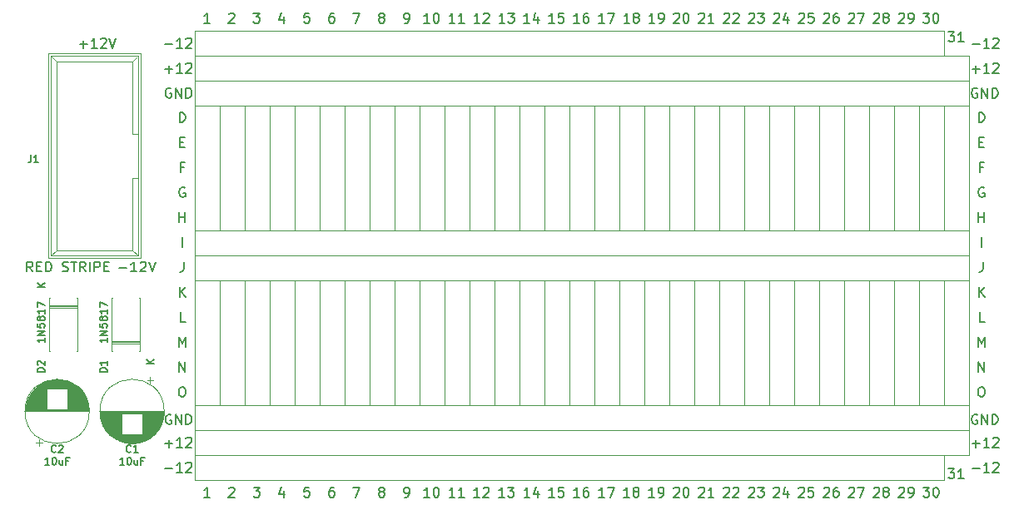
<source format=gbr>
G04 #@! TF.GenerationSoftware,KiCad,Pcbnew,5.1.10-88a1d61d58~90~ubuntu20.04.1*
G04 #@! TF.CreationDate,2021-08-07T14:05:23-04:00*
G04 #@! TF.ProjectId,kosmo_proto,6b6f736d-6f5f-4707-926f-746f2e6b6963,rev?*
G04 #@! TF.SameCoordinates,Original*
G04 #@! TF.FileFunction,Legend,Top*
G04 #@! TF.FilePolarity,Positive*
%FSLAX46Y46*%
G04 Gerber Fmt 4.6, Leading zero omitted, Abs format (unit mm)*
G04 Created by KiCad (PCBNEW 5.1.10-88a1d61d58~90~ubuntu20.04.1) date 2021-08-07 14:05:23*
%MOMM*%
%LPD*%
G01*
G04 APERTURE LIST*
%ADD10C,0.150000*%
%ADD11C,0.120000*%
G04 APERTURE END LIST*
D10*
X140160476Y-58507380D02*
X140779523Y-58507380D01*
X140446190Y-58888333D01*
X140589047Y-58888333D01*
X140684285Y-58935952D01*
X140731904Y-58983571D01*
X140779523Y-59078809D01*
X140779523Y-59316904D01*
X140731904Y-59412142D01*
X140684285Y-59459761D01*
X140589047Y-59507380D01*
X140303333Y-59507380D01*
X140208095Y-59459761D01*
X140160476Y-59412142D01*
X141731904Y-59507380D02*
X141160476Y-59507380D01*
X141446190Y-59507380D02*
X141446190Y-58507380D01*
X141350952Y-58650238D01*
X141255714Y-58745476D01*
X141160476Y-58793095D01*
X140160476Y-102957380D02*
X140779523Y-102957380D01*
X140446190Y-103338333D01*
X140589047Y-103338333D01*
X140684285Y-103385952D01*
X140731904Y-103433571D01*
X140779523Y-103528809D01*
X140779523Y-103766904D01*
X140731904Y-103862142D01*
X140684285Y-103909761D01*
X140589047Y-103957380D01*
X140303333Y-103957380D01*
X140208095Y-103909761D01*
X140160476Y-103862142D01*
X141731904Y-103957380D02*
X141160476Y-103957380D01*
X141446190Y-103957380D02*
X141446190Y-102957380D01*
X141350952Y-103100238D01*
X141255714Y-103195476D01*
X141160476Y-103243095D01*
X143099404Y-97500000D02*
X143004166Y-97452380D01*
X142861309Y-97452380D01*
X142718452Y-97500000D01*
X142623214Y-97595238D01*
X142575595Y-97690476D01*
X142527976Y-97880952D01*
X142527976Y-98023809D01*
X142575595Y-98214285D01*
X142623214Y-98309523D01*
X142718452Y-98404761D01*
X142861309Y-98452380D01*
X142956547Y-98452380D01*
X143099404Y-98404761D01*
X143147023Y-98357142D01*
X143147023Y-98023809D01*
X142956547Y-98023809D01*
X143575595Y-98452380D02*
X143575595Y-97452380D01*
X144147023Y-98452380D01*
X144147023Y-97452380D01*
X144623214Y-98452380D02*
X144623214Y-97452380D01*
X144861309Y-97452380D01*
X145004166Y-97500000D01*
X145099404Y-97595238D01*
X145147023Y-97690476D01*
X145194642Y-97880952D01*
X145194642Y-98023809D01*
X145147023Y-98214285D01*
X145099404Y-98309523D01*
X145004166Y-98404761D01*
X144861309Y-98452380D01*
X144623214Y-98452380D01*
X142575595Y-100401428D02*
X143337500Y-100401428D01*
X142956547Y-100782380D02*
X142956547Y-100020476D01*
X144337500Y-100782380D02*
X143766071Y-100782380D01*
X144051785Y-100782380D02*
X144051785Y-99782380D01*
X143956547Y-99925238D01*
X143861309Y-100020476D01*
X143766071Y-100068095D01*
X144718452Y-99877619D02*
X144766071Y-99830000D01*
X144861309Y-99782380D01*
X145099404Y-99782380D01*
X145194642Y-99830000D01*
X145242261Y-99877619D01*
X145289880Y-99972857D01*
X145289880Y-100068095D01*
X145242261Y-100210952D01*
X144670833Y-100782380D01*
X145289880Y-100782380D01*
X142575595Y-62301428D02*
X143337500Y-62301428D01*
X142956547Y-62682380D02*
X142956547Y-61920476D01*
X144337500Y-62682380D02*
X143766071Y-62682380D01*
X144051785Y-62682380D02*
X144051785Y-61682380D01*
X143956547Y-61825238D01*
X143861309Y-61920476D01*
X143766071Y-61968095D01*
X144718452Y-61777619D02*
X144766071Y-61730000D01*
X144861309Y-61682380D01*
X145099404Y-61682380D01*
X145194642Y-61730000D01*
X145242261Y-61777619D01*
X145289880Y-61872857D01*
X145289880Y-61968095D01*
X145242261Y-62110952D01*
X144670833Y-62682380D01*
X145289880Y-62682380D01*
X142575595Y-59761428D02*
X143337500Y-59761428D01*
X144337500Y-60142380D02*
X143766071Y-60142380D01*
X144051785Y-60142380D02*
X144051785Y-59142380D01*
X143956547Y-59285238D01*
X143861309Y-59380476D01*
X143766071Y-59428095D01*
X144718452Y-59237619D02*
X144766071Y-59190000D01*
X144861309Y-59142380D01*
X145099404Y-59142380D01*
X145194642Y-59190000D01*
X145242261Y-59237619D01*
X145289880Y-59332857D01*
X145289880Y-59428095D01*
X145242261Y-59570952D01*
X144670833Y-60142380D01*
X145289880Y-60142380D01*
X142575595Y-102941428D02*
X143337500Y-102941428D01*
X144337500Y-103322380D02*
X143766071Y-103322380D01*
X144051785Y-103322380D02*
X144051785Y-102322380D01*
X143956547Y-102465238D01*
X143861309Y-102560476D01*
X143766071Y-102608095D01*
X144718452Y-102417619D02*
X144766071Y-102370000D01*
X144861309Y-102322380D01*
X145099404Y-102322380D01*
X145194642Y-102370000D01*
X145242261Y-102417619D01*
X145289880Y-102512857D01*
X145289880Y-102608095D01*
X145242261Y-102750952D01*
X144670833Y-103322380D01*
X145289880Y-103322380D01*
X143099404Y-64270000D02*
X143004166Y-64222380D01*
X142861309Y-64222380D01*
X142718452Y-64270000D01*
X142623214Y-64365238D01*
X142575595Y-64460476D01*
X142527976Y-64650952D01*
X142527976Y-64793809D01*
X142575595Y-64984285D01*
X142623214Y-65079523D01*
X142718452Y-65174761D01*
X142861309Y-65222380D01*
X142956547Y-65222380D01*
X143099404Y-65174761D01*
X143147023Y-65127142D01*
X143147023Y-64793809D01*
X142956547Y-64793809D01*
X143575595Y-65222380D02*
X143575595Y-64222380D01*
X144147023Y-65222380D01*
X144147023Y-64222380D01*
X144623214Y-65222380D02*
X144623214Y-64222380D01*
X144861309Y-64222380D01*
X145004166Y-64270000D01*
X145099404Y-64365238D01*
X145147023Y-64460476D01*
X145194642Y-64650952D01*
X145194642Y-64793809D01*
X145147023Y-64984285D01*
X145099404Y-65079523D01*
X145004166Y-65174761D01*
X144861309Y-65222380D01*
X144623214Y-65222380D01*
X143268095Y-67702380D02*
X143268095Y-66702380D01*
X143506190Y-66702380D01*
X143649047Y-66750000D01*
X143744285Y-66845238D01*
X143791904Y-66940476D01*
X143839523Y-67130952D01*
X143839523Y-67273809D01*
X143791904Y-67464285D01*
X143744285Y-67559523D01*
X143649047Y-67654761D01*
X143506190Y-67702380D01*
X143268095Y-67702380D01*
X143315714Y-69718571D02*
X143649047Y-69718571D01*
X143791904Y-70242380D02*
X143315714Y-70242380D01*
X143315714Y-69242380D01*
X143791904Y-69242380D01*
X143672857Y-72258571D02*
X143339523Y-72258571D01*
X143339523Y-72782380D02*
X143339523Y-71782380D01*
X143815714Y-71782380D01*
X143791904Y-74370000D02*
X143696666Y-74322380D01*
X143553809Y-74322380D01*
X143410952Y-74370000D01*
X143315714Y-74465238D01*
X143268095Y-74560476D01*
X143220476Y-74750952D01*
X143220476Y-74893809D01*
X143268095Y-75084285D01*
X143315714Y-75179523D01*
X143410952Y-75274761D01*
X143553809Y-75322380D01*
X143649047Y-75322380D01*
X143791904Y-75274761D01*
X143839523Y-75227142D01*
X143839523Y-74893809D01*
X143649047Y-74893809D01*
X143244285Y-77862380D02*
X143244285Y-76862380D01*
X143244285Y-77338571D02*
X143815714Y-77338571D01*
X143815714Y-77862380D02*
X143815714Y-76862380D01*
X143530000Y-80402380D02*
X143530000Y-79402380D01*
X143672857Y-81942380D02*
X143672857Y-82656666D01*
X143625238Y-82799523D01*
X143530000Y-82894761D01*
X143387142Y-82942380D01*
X143291904Y-82942380D01*
X143268095Y-85482380D02*
X143268095Y-84482380D01*
X143839523Y-85482380D02*
X143410952Y-84910952D01*
X143839523Y-84482380D02*
X143268095Y-85053809D01*
X143839523Y-88022380D02*
X143363333Y-88022380D01*
X143363333Y-87022380D01*
X143196666Y-90562380D02*
X143196666Y-89562380D01*
X143530000Y-90276666D01*
X143863333Y-89562380D01*
X143863333Y-90562380D01*
X143244285Y-93102380D02*
X143244285Y-92102380D01*
X143815714Y-93102380D01*
X143815714Y-92102380D01*
X143434761Y-94642380D02*
X143625238Y-94642380D01*
X143720476Y-94690000D01*
X143815714Y-94785238D01*
X143863333Y-94975714D01*
X143863333Y-95309047D01*
X143815714Y-95499523D01*
X143720476Y-95594761D01*
X143625238Y-95642380D01*
X143434761Y-95642380D01*
X143339523Y-95594761D01*
X143244285Y-95499523D01*
X143196666Y-95309047D01*
X143196666Y-94975714D01*
X143244285Y-94785238D01*
X143339523Y-94690000D01*
X143434761Y-94642380D01*
X65055714Y-105862380D02*
X64484285Y-105862380D01*
X64770000Y-105862380D02*
X64770000Y-104862380D01*
X64674761Y-105005238D01*
X64579523Y-105100476D01*
X64484285Y-105148095D01*
X67004285Y-104957619D02*
X67051904Y-104910000D01*
X67147142Y-104862380D01*
X67385238Y-104862380D01*
X67480476Y-104910000D01*
X67528095Y-104957619D01*
X67575714Y-105052857D01*
X67575714Y-105148095D01*
X67528095Y-105290952D01*
X66956666Y-105862380D01*
X67575714Y-105862380D01*
X69516666Y-104862380D02*
X70135714Y-104862380D01*
X69802380Y-105243333D01*
X69945238Y-105243333D01*
X70040476Y-105290952D01*
X70088095Y-105338571D01*
X70135714Y-105433809D01*
X70135714Y-105671904D01*
X70088095Y-105767142D01*
X70040476Y-105814761D01*
X69945238Y-105862380D01*
X69659523Y-105862380D01*
X69564285Y-105814761D01*
X69516666Y-105767142D01*
X72560476Y-105195714D02*
X72560476Y-105862380D01*
X72322380Y-104814761D02*
X72084285Y-105529047D01*
X72703333Y-105529047D01*
X75148095Y-104862380D02*
X74671904Y-104862380D01*
X74624285Y-105338571D01*
X74671904Y-105290952D01*
X74767142Y-105243333D01*
X75005238Y-105243333D01*
X75100476Y-105290952D01*
X75148095Y-105338571D01*
X75195714Y-105433809D01*
X75195714Y-105671904D01*
X75148095Y-105767142D01*
X75100476Y-105814761D01*
X75005238Y-105862380D01*
X74767142Y-105862380D01*
X74671904Y-105814761D01*
X74624285Y-105767142D01*
X77640476Y-104862380D02*
X77450000Y-104862380D01*
X77354761Y-104910000D01*
X77307142Y-104957619D01*
X77211904Y-105100476D01*
X77164285Y-105290952D01*
X77164285Y-105671904D01*
X77211904Y-105767142D01*
X77259523Y-105814761D01*
X77354761Y-105862380D01*
X77545238Y-105862380D01*
X77640476Y-105814761D01*
X77688095Y-105767142D01*
X77735714Y-105671904D01*
X77735714Y-105433809D01*
X77688095Y-105338571D01*
X77640476Y-105290952D01*
X77545238Y-105243333D01*
X77354761Y-105243333D01*
X77259523Y-105290952D01*
X77211904Y-105338571D01*
X77164285Y-105433809D01*
X79656666Y-104862380D02*
X80323333Y-104862380D01*
X79894761Y-105862380D01*
X82454761Y-105290952D02*
X82359523Y-105243333D01*
X82311904Y-105195714D01*
X82264285Y-105100476D01*
X82264285Y-105052857D01*
X82311904Y-104957619D01*
X82359523Y-104910000D01*
X82454761Y-104862380D01*
X82645238Y-104862380D01*
X82740476Y-104910000D01*
X82788095Y-104957619D01*
X82835714Y-105052857D01*
X82835714Y-105100476D01*
X82788095Y-105195714D01*
X82740476Y-105243333D01*
X82645238Y-105290952D01*
X82454761Y-105290952D01*
X82359523Y-105338571D01*
X82311904Y-105386190D01*
X82264285Y-105481428D01*
X82264285Y-105671904D01*
X82311904Y-105767142D01*
X82359523Y-105814761D01*
X82454761Y-105862380D01*
X82645238Y-105862380D01*
X82740476Y-105814761D01*
X82788095Y-105767142D01*
X82835714Y-105671904D01*
X82835714Y-105481428D01*
X82788095Y-105386190D01*
X82740476Y-105338571D01*
X82645238Y-105290952D01*
X84879523Y-105862380D02*
X85070000Y-105862380D01*
X85165238Y-105814761D01*
X85212857Y-105767142D01*
X85308095Y-105624285D01*
X85355714Y-105433809D01*
X85355714Y-105052857D01*
X85308095Y-104957619D01*
X85260476Y-104910000D01*
X85165238Y-104862380D01*
X84974761Y-104862380D01*
X84879523Y-104910000D01*
X84831904Y-104957619D01*
X84784285Y-105052857D01*
X84784285Y-105290952D01*
X84831904Y-105386190D01*
X84879523Y-105433809D01*
X84974761Y-105481428D01*
X85165238Y-105481428D01*
X85260476Y-105433809D01*
X85308095Y-105386190D01*
X85355714Y-105290952D01*
X87419523Y-105862380D02*
X86848095Y-105862380D01*
X87133809Y-105862380D02*
X87133809Y-104862380D01*
X87038571Y-105005238D01*
X86943333Y-105100476D01*
X86848095Y-105148095D01*
X88038571Y-104862380D02*
X88133809Y-104862380D01*
X88229047Y-104910000D01*
X88276666Y-104957619D01*
X88324285Y-105052857D01*
X88371904Y-105243333D01*
X88371904Y-105481428D01*
X88324285Y-105671904D01*
X88276666Y-105767142D01*
X88229047Y-105814761D01*
X88133809Y-105862380D01*
X88038571Y-105862380D01*
X87943333Y-105814761D01*
X87895714Y-105767142D01*
X87848095Y-105671904D01*
X87800476Y-105481428D01*
X87800476Y-105243333D01*
X87848095Y-105052857D01*
X87895714Y-104957619D01*
X87943333Y-104910000D01*
X88038571Y-104862380D01*
X105199523Y-105862380D02*
X104628095Y-105862380D01*
X104913809Y-105862380D02*
X104913809Y-104862380D01*
X104818571Y-105005238D01*
X104723333Y-105100476D01*
X104628095Y-105148095D01*
X105532857Y-104862380D02*
X106199523Y-104862380D01*
X105770952Y-105862380D01*
X130048095Y-104957619D02*
X130095714Y-104910000D01*
X130190952Y-104862380D01*
X130429047Y-104862380D01*
X130524285Y-104910000D01*
X130571904Y-104957619D01*
X130619523Y-105052857D01*
X130619523Y-105148095D01*
X130571904Y-105290952D01*
X130000476Y-105862380D01*
X130619523Y-105862380D01*
X130952857Y-104862380D02*
X131619523Y-104862380D01*
X131190952Y-105862380D01*
X97599523Y-105862380D02*
X97028095Y-105862380D01*
X97313809Y-105862380D02*
X97313809Y-104862380D01*
X97218571Y-105005238D01*
X97123333Y-105100476D01*
X97028095Y-105148095D01*
X98456666Y-105195714D02*
X98456666Y-105862380D01*
X98218571Y-104814761D02*
X97980476Y-105529047D01*
X98599523Y-105529047D01*
X122408095Y-104957619D02*
X122455714Y-104910000D01*
X122550952Y-104862380D01*
X122789047Y-104862380D01*
X122884285Y-104910000D01*
X122931904Y-104957619D01*
X122979523Y-105052857D01*
X122979523Y-105148095D01*
X122931904Y-105290952D01*
X122360476Y-105862380D01*
X122979523Y-105862380D01*
X123836666Y-105195714D02*
X123836666Y-105862380D01*
X123598571Y-104814761D02*
X123360476Y-105529047D01*
X123979523Y-105529047D01*
X110279523Y-105862380D02*
X109708095Y-105862380D01*
X109993809Y-105862380D02*
X109993809Y-104862380D01*
X109898571Y-105005238D01*
X109803333Y-105100476D01*
X109708095Y-105148095D01*
X110755714Y-105862380D02*
X110946190Y-105862380D01*
X111041428Y-105814761D01*
X111089047Y-105767142D01*
X111184285Y-105624285D01*
X111231904Y-105433809D01*
X111231904Y-105052857D01*
X111184285Y-104957619D01*
X111136666Y-104910000D01*
X111041428Y-104862380D01*
X110850952Y-104862380D01*
X110755714Y-104910000D01*
X110708095Y-104957619D01*
X110660476Y-105052857D01*
X110660476Y-105290952D01*
X110708095Y-105386190D01*
X110755714Y-105433809D01*
X110850952Y-105481428D01*
X111041428Y-105481428D01*
X111136666Y-105433809D01*
X111184285Y-105386190D01*
X111231904Y-105290952D01*
X135128095Y-104957619D02*
X135175714Y-104910000D01*
X135270952Y-104862380D01*
X135509047Y-104862380D01*
X135604285Y-104910000D01*
X135651904Y-104957619D01*
X135699523Y-105052857D01*
X135699523Y-105148095D01*
X135651904Y-105290952D01*
X135080476Y-105862380D01*
X135699523Y-105862380D01*
X136175714Y-105862380D02*
X136366190Y-105862380D01*
X136461428Y-105814761D01*
X136509047Y-105767142D01*
X136604285Y-105624285D01*
X136651904Y-105433809D01*
X136651904Y-105052857D01*
X136604285Y-104957619D01*
X136556666Y-104910000D01*
X136461428Y-104862380D01*
X136270952Y-104862380D01*
X136175714Y-104910000D01*
X136128095Y-104957619D01*
X136080476Y-105052857D01*
X136080476Y-105290952D01*
X136128095Y-105386190D01*
X136175714Y-105433809D01*
X136270952Y-105481428D01*
X136461428Y-105481428D01*
X136556666Y-105433809D01*
X136604285Y-105386190D01*
X136651904Y-105290952D01*
X95039523Y-105862380D02*
X94468095Y-105862380D01*
X94753809Y-105862380D02*
X94753809Y-104862380D01*
X94658571Y-105005238D01*
X94563333Y-105100476D01*
X94468095Y-105148095D01*
X95372857Y-104862380D02*
X95991904Y-104862380D01*
X95658571Y-105243333D01*
X95801428Y-105243333D01*
X95896666Y-105290952D01*
X95944285Y-105338571D01*
X95991904Y-105433809D01*
X95991904Y-105671904D01*
X95944285Y-105767142D01*
X95896666Y-105814761D01*
X95801428Y-105862380D01*
X95515714Y-105862380D01*
X95420476Y-105814761D01*
X95372857Y-105767142D01*
X119888095Y-104957619D02*
X119935714Y-104910000D01*
X120030952Y-104862380D01*
X120269047Y-104862380D01*
X120364285Y-104910000D01*
X120411904Y-104957619D01*
X120459523Y-105052857D01*
X120459523Y-105148095D01*
X120411904Y-105290952D01*
X119840476Y-105862380D01*
X120459523Y-105862380D01*
X120792857Y-104862380D02*
X121411904Y-104862380D01*
X121078571Y-105243333D01*
X121221428Y-105243333D01*
X121316666Y-105290952D01*
X121364285Y-105338571D01*
X121411904Y-105433809D01*
X121411904Y-105671904D01*
X121364285Y-105767142D01*
X121316666Y-105814761D01*
X121221428Y-105862380D01*
X120935714Y-105862380D01*
X120840476Y-105814761D01*
X120792857Y-105767142D01*
X102659523Y-105862380D02*
X102088095Y-105862380D01*
X102373809Y-105862380D02*
X102373809Y-104862380D01*
X102278571Y-105005238D01*
X102183333Y-105100476D01*
X102088095Y-105148095D01*
X103516666Y-104862380D02*
X103326190Y-104862380D01*
X103230952Y-104910000D01*
X103183333Y-104957619D01*
X103088095Y-105100476D01*
X103040476Y-105290952D01*
X103040476Y-105671904D01*
X103088095Y-105767142D01*
X103135714Y-105814761D01*
X103230952Y-105862380D01*
X103421428Y-105862380D01*
X103516666Y-105814761D01*
X103564285Y-105767142D01*
X103611904Y-105671904D01*
X103611904Y-105433809D01*
X103564285Y-105338571D01*
X103516666Y-105290952D01*
X103421428Y-105243333D01*
X103230952Y-105243333D01*
X103135714Y-105290952D01*
X103088095Y-105338571D01*
X103040476Y-105433809D01*
X127508095Y-104957619D02*
X127555714Y-104910000D01*
X127650952Y-104862380D01*
X127889047Y-104862380D01*
X127984285Y-104910000D01*
X128031904Y-104957619D01*
X128079523Y-105052857D01*
X128079523Y-105148095D01*
X128031904Y-105290952D01*
X127460476Y-105862380D01*
X128079523Y-105862380D01*
X128936666Y-104862380D02*
X128746190Y-104862380D01*
X128650952Y-104910000D01*
X128603333Y-104957619D01*
X128508095Y-105100476D01*
X128460476Y-105290952D01*
X128460476Y-105671904D01*
X128508095Y-105767142D01*
X128555714Y-105814761D01*
X128650952Y-105862380D01*
X128841428Y-105862380D01*
X128936666Y-105814761D01*
X128984285Y-105767142D01*
X129031904Y-105671904D01*
X129031904Y-105433809D01*
X128984285Y-105338571D01*
X128936666Y-105290952D01*
X128841428Y-105243333D01*
X128650952Y-105243333D01*
X128555714Y-105290952D01*
X128508095Y-105338571D01*
X128460476Y-105433809D01*
X112248095Y-104957619D02*
X112295714Y-104910000D01*
X112390952Y-104862380D01*
X112629047Y-104862380D01*
X112724285Y-104910000D01*
X112771904Y-104957619D01*
X112819523Y-105052857D01*
X112819523Y-105148095D01*
X112771904Y-105290952D01*
X112200476Y-105862380D01*
X112819523Y-105862380D01*
X113438571Y-104862380D02*
X113533809Y-104862380D01*
X113629047Y-104910000D01*
X113676666Y-104957619D01*
X113724285Y-105052857D01*
X113771904Y-105243333D01*
X113771904Y-105481428D01*
X113724285Y-105671904D01*
X113676666Y-105767142D01*
X113629047Y-105814761D01*
X113533809Y-105862380D01*
X113438571Y-105862380D01*
X113343333Y-105814761D01*
X113295714Y-105767142D01*
X113248095Y-105671904D01*
X113200476Y-105481428D01*
X113200476Y-105243333D01*
X113248095Y-105052857D01*
X113295714Y-104957619D01*
X113343333Y-104910000D01*
X113438571Y-104862380D01*
X137620476Y-104862380D02*
X138239523Y-104862380D01*
X137906190Y-105243333D01*
X138049047Y-105243333D01*
X138144285Y-105290952D01*
X138191904Y-105338571D01*
X138239523Y-105433809D01*
X138239523Y-105671904D01*
X138191904Y-105767142D01*
X138144285Y-105814761D01*
X138049047Y-105862380D01*
X137763333Y-105862380D01*
X137668095Y-105814761D01*
X137620476Y-105767142D01*
X138858571Y-104862380D02*
X138953809Y-104862380D01*
X139049047Y-104910000D01*
X139096666Y-104957619D01*
X139144285Y-105052857D01*
X139191904Y-105243333D01*
X139191904Y-105481428D01*
X139144285Y-105671904D01*
X139096666Y-105767142D01*
X139049047Y-105814761D01*
X138953809Y-105862380D01*
X138858571Y-105862380D01*
X138763333Y-105814761D01*
X138715714Y-105767142D01*
X138668095Y-105671904D01*
X138620476Y-105481428D01*
X138620476Y-105243333D01*
X138668095Y-105052857D01*
X138715714Y-104957619D01*
X138763333Y-104910000D01*
X138858571Y-104862380D01*
X100119523Y-105862380D02*
X99548095Y-105862380D01*
X99833809Y-105862380D02*
X99833809Y-104862380D01*
X99738571Y-105005238D01*
X99643333Y-105100476D01*
X99548095Y-105148095D01*
X101024285Y-104862380D02*
X100548095Y-104862380D01*
X100500476Y-105338571D01*
X100548095Y-105290952D01*
X100643333Y-105243333D01*
X100881428Y-105243333D01*
X100976666Y-105290952D01*
X101024285Y-105338571D01*
X101071904Y-105433809D01*
X101071904Y-105671904D01*
X101024285Y-105767142D01*
X100976666Y-105814761D01*
X100881428Y-105862380D01*
X100643333Y-105862380D01*
X100548095Y-105814761D01*
X100500476Y-105767142D01*
X124948095Y-104957619D02*
X124995714Y-104910000D01*
X125090952Y-104862380D01*
X125329047Y-104862380D01*
X125424285Y-104910000D01*
X125471904Y-104957619D01*
X125519523Y-105052857D01*
X125519523Y-105148095D01*
X125471904Y-105290952D01*
X124900476Y-105862380D01*
X125519523Y-105862380D01*
X126424285Y-104862380D02*
X125948095Y-104862380D01*
X125900476Y-105338571D01*
X125948095Y-105290952D01*
X126043333Y-105243333D01*
X126281428Y-105243333D01*
X126376666Y-105290952D01*
X126424285Y-105338571D01*
X126471904Y-105433809D01*
X126471904Y-105671904D01*
X126424285Y-105767142D01*
X126376666Y-105814761D01*
X126281428Y-105862380D01*
X126043333Y-105862380D01*
X125948095Y-105814761D01*
X125900476Y-105767142D01*
X92499523Y-105862380D02*
X91928095Y-105862380D01*
X92213809Y-105862380D02*
X92213809Y-104862380D01*
X92118571Y-105005238D01*
X92023333Y-105100476D01*
X91928095Y-105148095D01*
X92880476Y-104957619D02*
X92928095Y-104910000D01*
X93023333Y-104862380D01*
X93261428Y-104862380D01*
X93356666Y-104910000D01*
X93404285Y-104957619D01*
X93451904Y-105052857D01*
X93451904Y-105148095D01*
X93404285Y-105290952D01*
X92832857Y-105862380D01*
X93451904Y-105862380D01*
X117328095Y-104957619D02*
X117375714Y-104910000D01*
X117470952Y-104862380D01*
X117709047Y-104862380D01*
X117804285Y-104910000D01*
X117851904Y-104957619D01*
X117899523Y-105052857D01*
X117899523Y-105148095D01*
X117851904Y-105290952D01*
X117280476Y-105862380D01*
X117899523Y-105862380D01*
X118280476Y-104957619D02*
X118328095Y-104910000D01*
X118423333Y-104862380D01*
X118661428Y-104862380D01*
X118756666Y-104910000D01*
X118804285Y-104957619D01*
X118851904Y-105052857D01*
X118851904Y-105148095D01*
X118804285Y-105290952D01*
X118232857Y-105862380D01*
X118851904Y-105862380D01*
X89979523Y-105862380D02*
X89408095Y-105862380D01*
X89693809Y-105862380D02*
X89693809Y-104862380D01*
X89598571Y-105005238D01*
X89503333Y-105100476D01*
X89408095Y-105148095D01*
X90931904Y-105862380D02*
X90360476Y-105862380D01*
X90646190Y-105862380D02*
X90646190Y-104862380D01*
X90550952Y-105005238D01*
X90455714Y-105100476D01*
X90360476Y-105148095D01*
X114788095Y-104957619D02*
X114835714Y-104910000D01*
X114930952Y-104862380D01*
X115169047Y-104862380D01*
X115264285Y-104910000D01*
X115311904Y-104957619D01*
X115359523Y-105052857D01*
X115359523Y-105148095D01*
X115311904Y-105290952D01*
X114740476Y-105862380D01*
X115359523Y-105862380D01*
X116311904Y-105862380D02*
X115740476Y-105862380D01*
X116026190Y-105862380D02*
X116026190Y-104862380D01*
X115930952Y-105005238D01*
X115835714Y-105100476D01*
X115740476Y-105148095D01*
X107739523Y-105862380D02*
X107168095Y-105862380D01*
X107453809Y-105862380D02*
X107453809Y-104862380D01*
X107358571Y-105005238D01*
X107263333Y-105100476D01*
X107168095Y-105148095D01*
X108310952Y-105290952D02*
X108215714Y-105243333D01*
X108168095Y-105195714D01*
X108120476Y-105100476D01*
X108120476Y-105052857D01*
X108168095Y-104957619D01*
X108215714Y-104910000D01*
X108310952Y-104862380D01*
X108501428Y-104862380D01*
X108596666Y-104910000D01*
X108644285Y-104957619D01*
X108691904Y-105052857D01*
X108691904Y-105100476D01*
X108644285Y-105195714D01*
X108596666Y-105243333D01*
X108501428Y-105290952D01*
X108310952Y-105290952D01*
X108215714Y-105338571D01*
X108168095Y-105386190D01*
X108120476Y-105481428D01*
X108120476Y-105671904D01*
X108168095Y-105767142D01*
X108215714Y-105814761D01*
X108310952Y-105862380D01*
X108501428Y-105862380D01*
X108596666Y-105814761D01*
X108644285Y-105767142D01*
X108691904Y-105671904D01*
X108691904Y-105481428D01*
X108644285Y-105386190D01*
X108596666Y-105338571D01*
X108501428Y-105290952D01*
X132588095Y-104957619D02*
X132635714Y-104910000D01*
X132730952Y-104862380D01*
X132969047Y-104862380D01*
X133064285Y-104910000D01*
X133111904Y-104957619D01*
X133159523Y-105052857D01*
X133159523Y-105148095D01*
X133111904Y-105290952D01*
X132540476Y-105862380D01*
X133159523Y-105862380D01*
X133730952Y-105290952D02*
X133635714Y-105243333D01*
X133588095Y-105195714D01*
X133540476Y-105100476D01*
X133540476Y-105052857D01*
X133588095Y-104957619D01*
X133635714Y-104910000D01*
X133730952Y-104862380D01*
X133921428Y-104862380D01*
X134016666Y-104910000D01*
X134064285Y-104957619D01*
X134111904Y-105052857D01*
X134111904Y-105100476D01*
X134064285Y-105195714D01*
X134016666Y-105243333D01*
X133921428Y-105290952D01*
X133730952Y-105290952D01*
X133635714Y-105338571D01*
X133588095Y-105386190D01*
X133540476Y-105481428D01*
X133540476Y-105671904D01*
X133588095Y-105767142D01*
X133635714Y-105814761D01*
X133730952Y-105862380D01*
X133921428Y-105862380D01*
X134016666Y-105814761D01*
X134064285Y-105767142D01*
X134111904Y-105671904D01*
X134111904Y-105481428D01*
X134064285Y-105386190D01*
X134016666Y-105338571D01*
X133921428Y-105290952D01*
X62154761Y-94642380D02*
X62345238Y-94642380D01*
X62440476Y-94690000D01*
X62535714Y-94785238D01*
X62583333Y-94975714D01*
X62583333Y-95309047D01*
X62535714Y-95499523D01*
X62440476Y-95594761D01*
X62345238Y-95642380D01*
X62154761Y-95642380D01*
X62059523Y-95594761D01*
X61964285Y-95499523D01*
X61916666Y-95309047D01*
X61916666Y-94975714D01*
X61964285Y-94785238D01*
X62059523Y-94690000D01*
X62154761Y-94642380D01*
X61964285Y-93102380D02*
X61964285Y-92102380D01*
X62535714Y-93102380D01*
X62535714Y-92102380D01*
X61916666Y-90562380D02*
X61916666Y-89562380D01*
X62250000Y-90276666D01*
X62583333Y-89562380D01*
X62583333Y-90562380D01*
X62559523Y-88022380D02*
X62083333Y-88022380D01*
X62083333Y-87022380D01*
X61988095Y-85482380D02*
X61988095Y-84482380D01*
X62559523Y-85482380D02*
X62130952Y-84910952D01*
X62559523Y-84482380D02*
X61988095Y-85053809D01*
X62392857Y-81942380D02*
X62392857Y-82656666D01*
X62345238Y-82799523D01*
X62250000Y-82894761D01*
X62107142Y-82942380D01*
X62011904Y-82942380D01*
X62250000Y-80402380D02*
X62250000Y-79402380D01*
X61964285Y-77862380D02*
X61964285Y-76862380D01*
X61964285Y-77338571D02*
X62535714Y-77338571D01*
X62535714Y-77862380D02*
X62535714Y-76862380D01*
X62511904Y-74370000D02*
X62416666Y-74322380D01*
X62273809Y-74322380D01*
X62130952Y-74370000D01*
X62035714Y-74465238D01*
X61988095Y-74560476D01*
X61940476Y-74750952D01*
X61940476Y-74893809D01*
X61988095Y-75084285D01*
X62035714Y-75179523D01*
X62130952Y-75274761D01*
X62273809Y-75322380D01*
X62369047Y-75322380D01*
X62511904Y-75274761D01*
X62559523Y-75227142D01*
X62559523Y-74893809D01*
X62369047Y-74893809D01*
X62392857Y-72258571D02*
X62059523Y-72258571D01*
X62059523Y-72782380D02*
X62059523Y-71782380D01*
X62535714Y-71782380D01*
X62035714Y-69718571D02*
X62369047Y-69718571D01*
X62511904Y-70242380D02*
X62035714Y-70242380D01*
X62035714Y-69242380D01*
X62511904Y-69242380D01*
X61988095Y-67702380D02*
X61988095Y-66702380D01*
X62226190Y-66702380D01*
X62369047Y-66750000D01*
X62464285Y-66845238D01*
X62511904Y-66940476D01*
X62559523Y-67130952D01*
X62559523Y-67273809D01*
X62511904Y-67464285D01*
X62464285Y-67559523D01*
X62369047Y-67654761D01*
X62226190Y-67702380D01*
X61988095Y-67702380D01*
X132588095Y-56697619D02*
X132635714Y-56650000D01*
X132730952Y-56602380D01*
X132969047Y-56602380D01*
X133064285Y-56650000D01*
X133111904Y-56697619D01*
X133159523Y-56792857D01*
X133159523Y-56888095D01*
X133111904Y-57030952D01*
X132540476Y-57602380D01*
X133159523Y-57602380D01*
X133730952Y-57030952D02*
X133635714Y-56983333D01*
X133588095Y-56935714D01*
X133540476Y-56840476D01*
X133540476Y-56792857D01*
X133588095Y-56697619D01*
X133635714Y-56650000D01*
X133730952Y-56602380D01*
X133921428Y-56602380D01*
X134016666Y-56650000D01*
X134064285Y-56697619D01*
X134111904Y-56792857D01*
X134111904Y-56840476D01*
X134064285Y-56935714D01*
X134016666Y-56983333D01*
X133921428Y-57030952D01*
X133730952Y-57030952D01*
X133635714Y-57078571D01*
X133588095Y-57126190D01*
X133540476Y-57221428D01*
X133540476Y-57411904D01*
X133588095Y-57507142D01*
X133635714Y-57554761D01*
X133730952Y-57602380D01*
X133921428Y-57602380D01*
X134016666Y-57554761D01*
X134064285Y-57507142D01*
X134111904Y-57411904D01*
X134111904Y-57221428D01*
X134064285Y-57126190D01*
X134016666Y-57078571D01*
X133921428Y-57030952D01*
X107759523Y-57602380D02*
X107188095Y-57602380D01*
X107473809Y-57602380D02*
X107473809Y-56602380D01*
X107378571Y-56745238D01*
X107283333Y-56840476D01*
X107188095Y-56888095D01*
X108330952Y-57030952D02*
X108235714Y-56983333D01*
X108188095Y-56935714D01*
X108140476Y-56840476D01*
X108140476Y-56792857D01*
X108188095Y-56697619D01*
X108235714Y-56650000D01*
X108330952Y-56602380D01*
X108521428Y-56602380D01*
X108616666Y-56650000D01*
X108664285Y-56697619D01*
X108711904Y-56792857D01*
X108711904Y-56840476D01*
X108664285Y-56935714D01*
X108616666Y-56983333D01*
X108521428Y-57030952D01*
X108330952Y-57030952D01*
X108235714Y-57078571D01*
X108188095Y-57126190D01*
X108140476Y-57221428D01*
X108140476Y-57411904D01*
X108188095Y-57507142D01*
X108235714Y-57554761D01*
X108330952Y-57602380D01*
X108521428Y-57602380D01*
X108616666Y-57554761D01*
X108664285Y-57507142D01*
X108711904Y-57411904D01*
X108711904Y-57221428D01*
X108664285Y-57126190D01*
X108616666Y-57078571D01*
X108521428Y-57030952D01*
X114788095Y-56697619D02*
X114835714Y-56650000D01*
X114930952Y-56602380D01*
X115169047Y-56602380D01*
X115264285Y-56650000D01*
X115311904Y-56697619D01*
X115359523Y-56792857D01*
X115359523Y-56888095D01*
X115311904Y-57030952D01*
X114740476Y-57602380D01*
X115359523Y-57602380D01*
X116311904Y-57602380D02*
X115740476Y-57602380D01*
X116026190Y-57602380D02*
X116026190Y-56602380D01*
X115930952Y-56745238D01*
X115835714Y-56840476D01*
X115740476Y-56888095D01*
X89979523Y-57602380D02*
X89408095Y-57602380D01*
X89693809Y-57602380D02*
X89693809Y-56602380D01*
X89598571Y-56745238D01*
X89503333Y-56840476D01*
X89408095Y-56888095D01*
X90931904Y-57602380D02*
X90360476Y-57602380D01*
X90646190Y-57602380D02*
X90646190Y-56602380D01*
X90550952Y-56745238D01*
X90455714Y-56840476D01*
X90360476Y-56888095D01*
X117348095Y-56697619D02*
X117395714Y-56650000D01*
X117490952Y-56602380D01*
X117729047Y-56602380D01*
X117824285Y-56650000D01*
X117871904Y-56697619D01*
X117919523Y-56792857D01*
X117919523Y-56888095D01*
X117871904Y-57030952D01*
X117300476Y-57602380D01*
X117919523Y-57602380D01*
X118300476Y-56697619D02*
X118348095Y-56650000D01*
X118443333Y-56602380D01*
X118681428Y-56602380D01*
X118776666Y-56650000D01*
X118824285Y-56697619D01*
X118871904Y-56792857D01*
X118871904Y-56888095D01*
X118824285Y-57030952D01*
X118252857Y-57602380D01*
X118871904Y-57602380D01*
X92519523Y-57602380D02*
X91948095Y-57602380D01*
X92233809Y-57602380D02*
X92233809Y-56602380D01*
X92138571Y-56745238D01*
X92043333Y-56840476D01*
X91948095Y-56888095D01*
X92900476Y-56697619D02*
X92948095Y-56650000D01*
X93043333Y-56602380D01*
X93281428Y-56602380D01*
X93376666Y-56650000D01*
X93424285Y-56697619D01*
X93471904Y-56792857D01*
X93471904Y-56888095D01*
X93424285Y-57030952D01*
X92852857Y-57602380D01*
X93471904Y-57602380D01*
X124968095Y-56697619D02*
X125015714Y-56650000D01*
X125110952Y-56602380D01*
X125349047Y-56602380D01*
X125444285Y-56650000D01*
X125491904Y-56697619D01*
X125539523Y-56792857D01*
X125539523Y-56888095D01*
X125491904Y-57030952D01*
X124920476Y-57602380D01*
X125539523Y-57602380D01*
X126444285Y-56602380D02*
X125968095Y-56602380D01*
X125920476Y-57078571D01*
X125968095Y-57030952D01*
X126063333Y-56983333D01*
X126301428Y-56983333D01*
X126396666Y-57030952D01*
X126444285Y-57078571D01*
X126491904Y-57173809D01*
X126491904Y-57411904D01*
X126444285Y-57507142D01*
X126396666Y-57554761D01*
X126301428Y-57602380D01*
X126063333Y-57602380D01*
X125968095Y-57554761D01*
X125920476Y-57507142D01*
X100119523Y-57602380D02*
X99548095Y-57602380D01*
X99833809Y-57602380D02*
X99833809Y-56602380D01*
X99738571Y-56745238D01*
X99643333Y-56840476D01*
X99548095Y-56888095D01*
X101024285Y-56602380D02*
X100548095Y-56602380D01*
X100500476Y-57078571D01*
X100548095Y-57030952D01*
X100643333Y-56983333D01*
X100881428Y-56983333D01*
X100976666Y-57030952D01*
X101024285Y-57078571D01*
X101071904Y-57173809D01*
X101071904Y-57411904D01*
X101024285Y-57507142D01*
X100976666Y-57554761D01*
X100881428Y-57602380D01*
X100643333Y-57602380D01*
X100548095Y-57554761D01*
X100500476Y-57507142D01*
X137600476Y-56602380D02*
X138219523Y-56602380D01*
X137886190Y-56983333D01*
X138029047Y-56983333D01*
X138124285Y-57030952D01*
X138171904Y-57078571D01*
X138219523Y-57173809D01*
X138219523Y-57411904D01*
X138171904Y-57507142D01*
X138124285Y-57554761D01*
X138029047Y-57602380D01*
X137743333Y-57602380D01*
X137648095Y-57554761D01*
X137600476Y-57507142D01*
X138838571Y-56602380D02*
X138933809Y-56602380D01*
X139029047Y-56650000D01*
X139076666Y-56697619D01*
X139124285Y-56792857D01*
X139171904Y-56983333D01*
X139171904Y-57221428D01*
X139124285Y-57411904D01*
X139076666Y-57507142D01*
X139029047Y-57554761D01*
X138933809Y-57602380D01*
X138838571Y-57602380D01*
X138743333Y-57554761D01*
X138695714Y-57507142D01*
X138648095Y-57411904D01*
X138600476Y-57221428D01*
X138600476Y-56983333D01*
X138648095Y-56792857D01*
X138695714Y-56697619D01*
X138743333Y-56650000D01*
X138838571Y-56602380D01*
X112248095Y-56697619D02*
X112295714Y-56650000D01*
X112390952Y-56602380D01*
X112629047Y-56602380D01*
X112724285Y-56650000D01*
X112771904Y-56697619D01*
X112819523Y-56792857D01*
X112819523Y-56888095D01*
X112771904Y-57030952D01*
X112200476Y-57602380D01*
X112819523Y-57602380D01*
X113438571Y-56602380D02*
X113533809Y-56602380D01*
X113629047Y-56650000D01*
X113676666Y-56697619D01*
X113724285Y-56792857D01*
X113771904Y-56983333D01*
X113771904Y-57221428D01*
X113724285Y-57411904D01*
X113676666Y-57507142D01*
X113629047Y-57554761D01*
X113533809Y-57602380D01*
X113438571Y-57602380D01*
X113343333Y-57554761D01*
X113295714Y-57507142D01*
X113248095Y-57411904D01*
X113200476Y-57221428D01*
X113200476Y-56983333D01*
X113248095Y-56792857D01*
X113295714Y-56697619D01*
X113343333Y-56650000D01*
X113438571Y-56602380D01*
X127508095Y-56697619D02*
X127555714Y-56650000D01*
X127650952Y-56602380D01*
X127889047Y-56602380D01*
X127984285Y-56650000D01*
X128031904Y-56697619D01*
X128079523Y-56792857D01*
X128079523Y-56888095D01*
X128031904Y-57030952D01*
X127460476Y-57602380D01*
X128079523Y-57602380D01*
X128936666Y-56602380D02*
X128746190Y-56602380D01*
X128650952Y-56650000D01*
X128603333Y-56697619D01*
X128508095Y-56840476D01*
X128460476Y-57030952D01*
X128460476Y-57411904D01*
X128508095Y-57507142D01*
X128555714Y-57554761D01*
X128650952Y-57602380D01*
X128841428Y-57602380D01*
X128936666Y-57554761D01*
X128984285Y-57507142D01*
X129031904Y-57411904D01*
X129031904Y-57173809D01*
X128984285Y-57078571D01*
X128936666Y-57030952D01*
X128841428Y-56983333D01*
X128650952Y-56983333D01*
X128555714Y-57030952D01*
X128508095Y-57078571D01*
X128460476Y-57173809D01*
X102659523Y-57602380D02*
X102088095Y-57602380D01*
X102373809Y-57602380D02*
X102373809Y-56602380D01*
X102278571Y-56745238D01*
X102183333Y-56840476D01*
X102088095Y-56888095D01*
X103516666Y-56602380D02*
X103326190Y-56602380D01*
X103230952Y-56650000D01*
X103183333Y-56697619D01*
X103088095Y-56840476D01*
X103040476Y-57030952D01*
X103040476Y-57411904D01*
X103088095Y-57507142D01*
X103135714Y-57554761D01*
X103230952Y-57602380D01*
X103421428Y-57602380D01*
X103516666Y-57554761D01*
X103564285Y-57507142D01*
X103611904Y-57411904D01*
X103611904Y-57173809D01*
X103564285Y-57078571D01*
X103516666Y-57030952D01*
X103421428Y-56983333D01*
X103230952Y-56983333D01*
X103135714Y-57030952D01*
X103088095Y-57078571D01*
X103040476Y-57173809D01*
X119888095Y-56697619D02*
X119935714Y-56650000D01*
X120030952Y-56602380D01*
X120269047Y-56602380D01*
X120364285Y-56650000D01*
X120411904Y-56697619D01*
X120459523Y-56792857D01*
X120459523Y-56888095D01*
X120411904Y-57030952D01*
X119840476Y-57602380D01*
X120459523Y-57602380D01*
X120792857Y-56602380D02*
X121411904Y-56602380D01*
X121078571Y-56983333D01*
X121221428Y-56983333D01*
X121316666Y-57030952D01*
X121364285Y-57078571D01*
X121411904Y-57173809D01*
X121411904Y-57411904D01*
X121364285Y-57507142D01*
X121316666Y-57554761D01*
X121221428Y-57602380D01*
X120935714Y-57602380D01*
X120840476Y-57554761D01*
X120792857Y-57507142D01*
X95059523Y-57602380D02*
X94488095Y-57602380D01*
X94773809Y-57602380D02*
X94773809Y-56602380D01*
X94678571Y-56745238D01*
X94583333Y-56840476D01*
X94488095Y-56888095D01*
X95392857Y-56602380D02*
X96011904Y-56602380D01*
X95678571Y-56983333D01*
X95821428Y-56983333D01*
X95916666Y-57030952D01*
X95964285Y-57078571D01*
X96011904Y-57173809D01*
X96011904Y-57411904D01*
X95964285Y-57507142D01*
X95916666Y-57554761D01*
X95821428Y-57602380D01*
X95535714Y-57602380D01*
X95440476Y-57554761D01*
X95392857Y-57507142D01*
X135128095Y-56697619D02*
X135175714Y-56650000D01*
X135270952Y-56602380D01*
X135509047Y-56602380D01*
X135604285Y-56650000D01*
X135651904Y-56697619D01*
X135699523Y-56792857D01*
X135699523Y-56888095D01*
X135651904Y-57030952D01*
X135080476Y-57602380D01*
X135699523Y-57602380D01*
X136175714Y-57602380D02*
X136366190Y-57602380D01*
X136461428Y-57554761D01*
X136509047Y-57507142D01*
X136604285Y-57364285D01*
X136651904Y-57173809D01*
X136651904Y-56792857D01*
X136604285Y-56697619D01*
X136556666Y-56650000D01*
X136461428Y-56602380D01*
X136270952Y-56602380D01*
X136175714Y-56650000D01*
X136128095Y-56697619D01*
X136080476Y-56792857D01*
X136080476Y-57030952D01*
X136128095Y-57126190D01*
X136175714Y-57173809D01*
X136270952Y-57221428D01*
X136461428Y-57221428D01*
X136556666Y-57173809D01*
X136604285Y-57126190D01*
X136651904Y-57030952D01*
X110299523Y-57602380D02*
X109728095Y-57602380D01*
X110013809Y-57602380D02*
X110013809Y-56602380D01*
X109918571Y-56745238D01*
X109823333Y-56840476D01*
X109728095Y-56888095D01*
X110775714Y-57602380D02*
X110966190Y-57602380D01*
X111061428Y-57554761D01*
X111109047Y-57507142D01*
X111204285Y-57364285D01*
X111251904Y-57173809D01*
X111251904Y-56792857D01*
X111204285Y-56697619D01*
X111156666Y-56650000D01*
X111061428Y-56602380D01*
X110870952Y-56602380D01*
X110775714Y-56650000D01*
X110728095Y-56697619D01*
X110680476Y-56792857D01*
X110680476Y-57030952D01*
X110728095Y-57126190D01*
X110775714Y-57173809D01*
X110870952Y-57221428D01*
X111061428Y-57221428D01*
X111156666Y-57173809D01*
X111204285Y-57126190D01*
X111251904Y-57030952D01*
X122428095Y-56697619D02*
X122475714Y-56650000D01*
X122570952Y-56602380D01*
X122809047Y-56602380D01*
X122904285Y-56650000D01*
X122951904Y-56697619D01*
X122999523Y-56792857D01*
X122999523Y-56888095D01*
X122951904Y-57030952D01*
X122380476Y-57602380D01*
X122999523Y-57602380D01*
X123856666Y-56935714D02*
X123856666Y-57602380D01*
X123618571Y-56554761D02*
X123380476Y-57269047D01*
X123999523Y-57269047D01*
X97579523Y-57602380D02*
X97008095Y-57602380D01*
X97293809Y-57602380D02*
X97293809Y-56602380D01*
X97198571Y-56745238D01*
X97103333Y-56840476D01*
X97008095Y-56888095D01*
X98436666Y-56935714D02*
X98436666Y-57602380D01*
X98198571Y-56554761D02*
X97960476Y-57269047D01*
X98579523Y-57269047D01*
X130048095Y-56697619D02*
X130095714Y-56650000D01*
X130190952Y-56602380D01*
X130429047Y-56602380D01*
X130524285Y-56650000D01*
X130571904Y-56697619D01*
X130619523Y-56792857D01*
X130619523Y-56888095D01*
X130571904Y-57030952D01*
X130000476Y-57602380D01*
X130619523Y-57602380D01*
X130952857Y-56602380D02*
X131619523Y-56602380D01*
X131190952Y-57602380D01*
X105199523Y-57602380D02*
X104628095Y-57602380D01*
X104913809Y-57602380D02*
X104913809Y-56602380D01*
X104818571Y-56745238D01*
X104723333Y-56840476D01*
X104628095Y-56888095D01*
X105532857Y-56602380D02*
X106199523Y-56602380D01*
X105770952Y-57602380D01*
X87419523Y-57602380D02*
X86848095Y-57602380D01*
X87133809Y-57602380D02*
X87133809Y-56602380D01*
X87038571Y-56745238D01*
X86943333Y-56840476D01*
X86848095Y-56888095D01*
X88038571Y-56602380D02*
X88133809Y-56602380D01*
X88229047Y-56650000D01*
X88276666Y-56697619D01*
X88324285Y-56792857D01*
X88371904Y-56983333D01*
X88371904Y-57221428D01*
X88324285Y-57411904D01*
X88276666Y-57507142D01*
X88229047Y-57554761D01*
X88133809Y-57602380D01*
X88038571Y-57602380D01*
X87943333Y-57554761D01*
X87895714Y-57507142D01*
X87848095Y-57411904D01*
X87800476Y-57221428D01*
X87800476Y-56983333D01*
X87848095Y-56792857D01*
X87895714Y-56697619D01*
X87943333Y-56650000D01*
X88038571Y-56602380D01*
X84899523Y-57602380D02*
X85090000Y-57602380D01*
X85185238Y-57554761D01*
X85232857Y-57507142D01*
X85328095Y-57364285D01*
X85375714Y-57173809D01*
X85375714Y-56792857D01*
X85328095Y-56697619D01*
X85280476Y-56650000D01*
X85185238Y-56602380D01*
X84994761Y-56602380D01*
X84899523Y-56650000D01*
X84851904Y-56697619D01*
X84804285Y-56792857D01*
X84804285Y-57030952D01*
X84851904Y-57126190D01*
X84899523Y-57173809D01*
X84994761Y-57221428D01*
X85185238Y-57221428D01*
X85280476Y-57173809D01*
X85328095Y-57126190D01*
X85375714Y-57030952D01*
X82454761Y-57030952D02*
X82359523Y-56983333D01*
X82311904Y-56935714D01*
X82264285Y-56840476D01*
X82264285Y-56792857D01*
X82311904Y-56697619D01*
X82359523Y-56650000D01*
X82454761Y-56602380D01*
X82645238Y-56602380D01*
X82740476Y-56650000D01*
X82788095Y-56697619D01*
X82835714Y-56792857D01*
X82835714Y-56840476D01*
X82788095Y-56935714D01*
X82740476Y-56983333D01*
X82645238Y-57030952D01*
X82454761Y-57030952D01*
X82359523Y-57078571D01*
X82311904Y-57126190D01*
X82264285Y-57221428D01*
X82264285Y-57411904D01*
X82311904Y-57507142D01*
X82359523Y-57554761D01*
X82454761Y-57602380D01*
X82645238Y-57602380D01*
X82740476Y-57554761D01*
X82788095Y-57507142D01*
X82835714Y-57411904D01*
X82835714Y-57221428D01*
X82788095Y-57126190D01*
X82740476Y-57078571D01*
X82645238Y-57030952D01*
X79656666Y-56602380D02*
X80323333Y-56602380D01*
X79894761Y-57602380D01*
X77640476Y-56602380D02*
X77450000Y-56602380D01*
X77354761Y-56650000D01*
X77307142Y-56697619D01*
X77211904Y-56840476D01*
X77164285Y-57030952D01*
X77164285Y-57411904D01*
X77211904Y-57507142D01*
X77259523Y-57554761D01*
X77354761Y-57602380D01*
X77545238Y-57602380D01*
X77640476Y-57554761D01*
X77688095Y-57507142D01*
X77735714Y-57411904D01*
X77735714Y-57173809D01*
X77688095Y-57078571D01*
X77640476Y-57030952D01*
X77545238Y-56983333D01*
X77354761Y-56983333D01*
X77259523Y-57030952D01*
X77211904Y-57078571D01*
X77164285Y-57173809D01*
X75168095Y-56602380D02*
X74691904Y-56602380D01*
X74644285Y-57078571D01*
X74691904Y-57030952D01*
X74787142Y-56983333D01*
X75025238Y-56983333D01*
X75120476Y-57030952D01*
X75168095Y-57078571D01*
X75215714Y-57173809D01*
X75215714Y-57411904D01*
X75168095Y-57507142D01*
X75120476Y-57554761D01*
X75025238Y-57602380D01*
X74787142Y-57602380D01*
X74691904Y-57554761D01*
X74644285Y-57507142D01*
X72560476Y-56935714D02*
X72560476Y-57602380D01*
X72322380Y-56554761D02*
X72084285Y-57269047D01*
X72703333Y-57269047D01*
X69496666Y-56602380D02*
X70115714Y-56602380D01*
X69782380Y-56983333D01*
X69925238Y-56983333D01*
X70020476Y-57030952D01*
X70068095Y-57078571D01*
X70115714Y-57173809D01*
X70115714Y-57411904D01*
X70068095Y-57507142D01*
X70020476Y-57554761D01*
X69925238Y-57602380D01*
X69639523Y-57602380D01*
X69544285Y-57554761D01*
X69496666Y-57507142D01*
X67004285Y-56697619D02*
X67051904Y-56650000D01*
X67147142Y-56602380D01*
X67385238Y-56602380D01*
X67480476Y-56650000D01*
X67528095Y-56697619D01*
X67575714Y-56792857D01*
X67575714Y-56888095D01*
X67528095Y-57030952D01*
X66956666Y-57602380D01*
X67575714Y-57602380D01*
X65055714Y-57602380D02*
X64484285Y-57602380D01*
X64770000Y-57602380D02*
X64770000Y-56602380D01*
X64674761Y-56745238D01*
X64579523Y-56840476D01*
X64484285Y-56888095D01*
D11*
X78740000Y-83820000D02*
X78740000Y-96520000D01*
X81280000Y-83820000D02*
X81280000Y-96520000D01*
X66040000Y-83820000D02*
X66040000Y-96520000D01*
X76200000Y-83820000D02*
X76200000Y-96520000D01*
X71120000Y-83820000D02*
X71120000Y-96520000D01*
X68580000Y-83820000D02*
X68580000Y-96520000D01*
X73660000Y-83820000D02*
X73660000Y-96520000D01*
X78740000Y-66040000D02*
X78740000Y-78740000D01*
X81280000Y-66040000D02*
X81280000Y-78740000D01*
X76200000Y-66040000D02*
X76200000Y-78740000D01*
X73660000Y-66040000D02*
X73660000Y-78740000D01*
X71120000Y-66040000D02*
X71120000Y-78740000D01*
X68580000Y-66040000D02*
X68580000Y-78740000D01*
X66040000Y-66040000D02*
X66040000Y-78740000D01*
X73660000Y-99060000D02*
X76200000Y-99060000D01*
X78740000Y-96520000D02*
X81280000Y-96520000D01*
X73660000Y-96520000D02*
X76200000Y-96520000D01*
X73660000Y-104140000D02*
X76200000Y-104140000D01*
X76200000Y-66040000D02*
X78740000Y-66040000D01*
X78740000Y-99060000D02*
X81280000Y-99060000D01*
X76200000Y-104140000D02*
X78740000Y-104140000D01*
X73660000Y-83820000D02*
X76200000Y-83820000D01*
X78740000Y-66040000D02*
X81280000Y-66040000D01*
X73660000Y-63500000D02*
X76200000Y-63500000D01*
X73660000Y-101600000D02*
X76200000Y-101600000D01*
X78740000Y-78740000D02*
X81280000Y-78740000D01*
X78740000Y-60960000D02*
X81280000Y-60960000D01*
X76200000Y-63500000D02*
X78740000Y-63500000D01*
X78740000Y-101600000D02*
X81280000Y-101600000D01*
X78740000Y-63500000D02*
X81280000Y-63500000D01*
X76200000Y-83820000D02*
X78740000Y-83820000D01*
X73660000Y-78740000D02*
X76200000Y-78740000D01*
X76200000Y-81280000D02*
X78740000Y-81280000D01*
X76200000Y-60960000D02*
X78740000Y-60960000D01*
X78740000Y-83820000D02*
X81280000Y-83820000D01*
X76200000Y-101600000D02*
X78740000Y-101600000D01*
X73660000Y-81280000D02*
X76200000Y-81280000D01*
X73660000Y-58420000D02*
X76200000Y-58420000D01*
X73660000Y-66040000D02*
X76200000Y-66040000D01*
X76200000Y-78740000D02*
X78740000Y-78740000D01*
X76200000Y-58420000D02*
X78740000Y-58420000D01*
X76200000Y-96520000D02*
X78740000Y-96520000D01*
X78740000Y-81280000D02*
X81280000Y-81280000D01*
X73660000Y-60960000D02*
X76200000Y-60960000D01*
X78740000Y-104140000D02*
X81280000Y-104140000D01*
X78740000Y-58420000D02*
X81280000Y-58420000D01*
X76200000Y-99060000D02*
X78740000Y-99060000D01*
X71120000Y-96520000D02*
X73660000Y-96520000D01*
X71120000Y-99060000D02*
X73660000Y-99060000D01*
X71120000Y-66040000D02*
X73660000Y-66040000D01*
X71120000Y-78740000D02*
X73660000Y-78740000D01*
X71120000Y-60960000D02*
X73660000Y-60960000D01*
X71120000Y-101600000D02*
X73660000Y-101600000D01*
X71120000Y-63500000D02*
X73660000Y-63500000D01*
X71120000Y-83820000D02*
X73660000Y-83820000D01*
X71120000Y-81280000D02*
X73660000Y-81280000D01*
X71120000Y-104140000D02*
X73660000Y-104140000D01*
X71120000Y-58420000D02*
X73660000Y-58420000D01*
X68580000Y-66040000D02*
X71120000Y-66040000D01*
X68580000Y-104140000D02*
X71120000Y-104140000D01*
X68580000Y-63500000D02*
X71120000Y-63500000D01*
X68580000Y-83820000D02*
X71120000Y-83820000D01*
X68580000Y-81280000D02*
X71120000Y-81280000D01*
X68580000Y-60960000D02*
X71120000Y-60960000D01*
X68580000Y-101600000D02*
X71120000Y-101600000D01*
X68580000Y-78740000D02*
X71120000Y-78740000D01*
X68580000Y-58420000D02*
X71120000Y-58420000D01*
X68580000Y-96520000D02*
X71120000Y-96520000D01*
X68580000Y-99060000D02*
X71120000Y-99060000D01*
X66040000Y-99060000D02*
X68580000Y-99060000D01*
X66040000Y-96520000D02*
X68580000Y-96520000D01*
X66040000Y-104140000D02*
X68580000Y-104140000D01*
X66040000Y-83820000D02*
X68580000Y-83820000D01*
X66040000Y-63500000D02*
X68580000Y-63500000D01*
X66040000Y-101600000D02*
X68580000Y-101600000D01*
X66040000Y-78740000D02*
X68580000Y-78740000D01*
X66040000Y-81280000D02*
X68580000Y-81280000D01*
X66040000Y-58420000D02*
X68580000Y-58420000D01*
X66040000Y-66040000D02*
X68580000Y-66040000D01*
X66040000Y-60960000D02*
X68580000Y-60960000D01*
X63500000Y-104140000D02*
X66040000Y-104140000D01*
X63500000Y-101600000D02*
X66040000Y-101600000D01*
X63500000Y-99060000D02*
X66040000Y-99060000D01*
X63500000Y-96520000D02*
X66040000Y-96520000D01*
X63500000Y-83820000D02*
X66040000Y-83820000D01*
X63500000Y-81280000D02*
X66040000Y-81280000D01*
X63500000Y-78740000D02*
X66040000Y-78740000D01*
X63500000Y-58420000D02*
X66040000Y-58420000D01*
X63500000Y-60960000D02*
X66040000Y-60960000D01*
X63500000Y-63500000D02*
X66040000Y-63500000D01*
X63500000Y-66040000D02*
X66040000Y-66040000D01*
D10*
X60497738Y-102941428D02*
X61259642Y-102941428D01*
X62259642Y-103322380D02*
X61688214Y-103322380D01*
X61973928Y-103322380D02*
X61973928Y-102322380D01*
X61878690Y-102465238D01*
X61783452Y-102560476D01*
X61688214Y-102608095D01*
X62640595Y-102417619D02*
X62688214Y-102370000D01*
X62783452Y-102322380D01*
X63021547Y-102322380D01*
X63116785Y-102370000D01*
X63164404Y-102417619D01*
X63212023Y-102512857D01*
X63212023Y-102608095D01*
X63164404Y-102750952D01*
X62592976Y-103322380D01*
X63212023Y-103322380D01*
D11*
X63500000Y-58420000D02*
X63500000Y-104140000D01*
D10*
X61116785Y-97500000D02*
X61021547Y-97452380D01*
X60878690Y-97452380D01*
X60735833Y-97500000D01*
X60640595Y-97595238D01*
X60592976Y-97690476D01*
X60545357Y-97880952D01*
X60545357Y-98023809D01*
X60592976Y-98214285D01*
X60640595Y-98309523D01*
X60735833Y-98404761D01*
X60878690Y-98452380D01*
X60973928Y-98452380D01*
X61116785Y-98404761D01*
X61164404Y-98357142D01*
X61164404Y-98023809D01*
X60973928Y-98023809D01*
X61592976Y-98452380D02*
X61592976Y-97452380D01*
X62164404Y-98452380D01*
X62164404Y-97452380D01*
X62640595Y-98452380D02*
X62640595Y-97452380D01*
X62878690Y-97452380D01*
X63021547Y-97500000D01*
X63116785Y-97595238D01*
X63164404Y-97690476D01*
X63212023Y-97880952D01*
X63212023Y-98023809D01*
X63164404Y-98214285D01*
X63116785Y-98309523D01*
X63021547Y-98404761D01*
X62878690Y-98452380D01*
X62640595Y-98452380D01*
X60497738Y-100401428D02*
X61259642Y-100401428D01*
X60878690Y-100782380D02*
X60878690Y-100020476D01*
X62259642Y-100782380D02*
X61688214Y-100782380D01*
X61973928Y-100782380D02*
X61973928Y-99782380D01*
X61878690Y-99925238D01*
X61783452Y-100020476D01*
X61688214Y-100068095D01*
X62640595Y-99877619D02*
X62688214Y-99830000D01*
X62783452Y-99782380D01*
X63021547Y-99782380D01*
X63116785Y-99830000D01*
X63164404Y-99877619D01*
X63212023Y-99972857D01*
X63212023Y-100068095D01*
X63164404Y-100210952D01*
X62592976Y-100782380D01*
X63212023Y-100782380D01*
X60497738Y-62301428D02*
X61259642Y-62301428D01*
X60878690Y-62682380D02*
X60878690Y-61920476D01*
X62259642Y-62682380D02*
X61688214Y-62682380D01*
X61973928Y-62682380D02*
X61973928Y-61682380D01*
X61878690Y-61825238D01*
X61783452Y-61920476D01*
X61688214Y-61968095D01*
X62640595Y-61777619D02*
X62688214Y-61730000D01*
X62783452Y-61682380D01*
X63021547Y-61682380D01*
X63116785Y-61730000D01*
X63164404Y-61777619D01*
X63212023Y-61872857D01*
X63212023Y-61968095D01*
X63164404Y-62110952D01*
X62592976Y-62682380D01*
X63212023Y-62682380D01*
X61116785Y-64270000D02*
X61021547Y-64222380D01*
X60878690Y-64222380D01*
X60735833Y-64270000D01*
X60640595Y-64365238D01*
X60592976Y-64460476D01*
X60545357Y-64650952D01*
X60545357Y-64793809D01*
X60592976Y-64984285D01*
X60640595Y-65079523D01*
X60735833Y-65174761D01*
X60878690Y-65222380D01*
X60973928Y-65222380D01*
X61116785Y-65174761D01*
X61164404Y-65127142D01*
X61164404Y-64793809D01*
X60973928Y-64793809D01*
X61592976Y-65222380D02*
X61592976Y-64222380D01*
X62164404Y-65222380D01*
X62164404Y-64222380D01*
X62640595Y-65222380D02*
X62640595Y-64222380D01*
X62878690Y-64222380D01*
X63021547Y-64270000D01*
X63116785Y-64365238D01*
X63164404Y-64460476D01*
X63212023Y-64650952D01*
X63212023Y-64793809D01*
X63164404Y-64984285D01*
X63116785Y-65079523D01*
X63021547Y-65174761D01*
X62878690Y-65222380D01*
X62640595Y-65222380D01*
X60497738Y-59761428D02*
X61259642Y-59761428D01*
X62259642Y-60142380D02*
X61688214Y-60142380D01*
X61973928Y-60142380D02*
X61973928Y-59142380D01*
X61878690Y-59285238D01*
X61783452Y-59380476D01*
X61688214Y-59428095D01*
X62640595Y-59237619D02*
X62688214Y-59190000D01*
X62783452Y-59142380D01*
X63021547Y-59142380D01*
X63116785Y-59190000D01*
X63164404Y-59237619D01*
X63212023Y-59332857D01*
X63212023Y-59428095D01*
X63164404Y-59570952D01*
X62592976Y-60142380D01*
X63212023Y-60142380D01*
D11*
X142240000Y-60960000D02*
X142240000Y-101600000D01*
X139700000Y-104140000D02*
X139700000Y-101600000D01*
X139700000Y-58420000D02*
X139700000Y-60960000D01*
X139700000Y-83820000D02*
X139700000Y-96520000D01*
X139700000Y-101600000D02*
X142240000Y-101600000D01*
X139700000Y-99060000D02*
X142240000Y-99060000D01*
X139700000Y-96520000D02*
X142240000Y-96520000D01*
X139700000Y-83820000D02*
X142240000Y-83820000D01*
X139700000Y-81280000D02*
X142240000Y-81280000D01*
X139700000Y-78740000D02*
X142240000Y-78740000D01*
X139700000Y-66040000D02*
X139700000Y-78740000D01*
X139700000Y-66040000D02*
X142240000Y-66040000D01*
X139700000Y-63500000D02*
X142240000Y-63500000D01*
X139700000Y-60960000D02*
X142240000Y-60960000D01*
X134620000Y-83820000D02*
X134620000Y-96520000D01*
X137160000Y-83820000D02*
X137160000Y-96520000D01*
X132080000Y-83820000D02*
X132080000Y-96520000D01*
X129540000Y-83820000D02*
X129540000Y-96520000D01*
X127000000Y-83820000D02*
X127000000Y-96520000D01*
X124460000Y-83820000D02*
X124460000Y-96520000D01*
X116840000Y-83820000D02*
X116840000Y-96520000D01*
X119380000Y-83820000D02*
X119380000Y-96520000D01*
X121920000Y-83820000D02*
X121920000Y-96520000D01*
X104140000Y-83820000D02*
X104140000Y-96520000D01*
X106680000Y-83820000D02*
X106680000Y-96520000D01*
X111760000Y-83820000D02*
X111760000Y-96520000D01*
X114300000Y-83820000D02*
X114300000Y-96520000D01*
X109220000Y-83820000D02*
X109220000Y-96520000D01*
X93980000Y-83820000D02*
X93980000Y-96520000D01*
X91440000Y-83820000D02*
X91440000Y-96520000D01*
X99060000Y-83820000D02*
X99060000Y-96520000D01*
X96520000Y-83820000D02*
X96520000Y-96520000D01*
X101600000Y-83820000D02*
X101600000Y-96520000D01*
X86360000Y-83820000D02*
X86360000Y-96520000D01*
X83820000Y-83820000D02*
X83820000Y-96520000D01*
X88900000Y-83820000D02*
X88900000Y-96520000D01*
X137160000Y-66040000D02*
X137160000Y-78740000D01*
X129540000Y-66040000D02*
X129540000Y-78740000D01*
X132080000Y-66040000D02*
X132080000Y-78740000D01*
X134620000Y-66040000D02*
X134620000Y-78740000D01*
X121920000Y-66040000D02*
X121920000Y-78740000D01*
X116840000Y-66040000D02*
X116840000Y-78740000D01*
X119380000Y-66040000D02*
X119380000Y-78740000D01*
X127000000Y-66040000D02*
X127000000Y-78740000D01*
X124460000Y-66040000D02*
X124460000Y-78740000D01*
X106680000Y-66040000D02*
X106680000Y-78740000D01*
X114300000Y-66040000D02*
X114300000Y-78740000D01*
X104140000Y-66040000D02*
X104140000Y-78740000D01*
X111760000Y-66040000D02*
X111760000Y-78740000D01*
X109220000Y-66040000D02*
X109220000Y-78740000D01*
X96520000Y-66040000D02*
X96520000Y-78740000D01*
X101600000Y-66040000D02*
X101600000Y-78740000D01*
X99060000Y-66040000D02*
X99060000Y-78740000D01*
X91440000Y-66040000D02*
X91440000Y-78740000D01*
X93980000Y-66040000D02*
X93980000Y-78740000D01*
X88900000Y-66040000D02*
X88900000Y-78740000D01*
X83820000Y-66040000D02*
X83820000Y-78740000D01*
X86360000Y-66040000D02*
X86360000Y-78740000D01*
X104140000Y-99060000D02*
X106680000Y-99060000D01*
X114300000Y-101600000D02*
X116840000Y-101600000D01*
X124460000Y-96520000D02*
X127000000Y-96520000D01*
X124460000Y-101600000D02*
X127000000Y-101600000D01*
X127000000Y-104140000D02*
X129540000Y-104140000D01*
X134620000Y-96520000D02*
X137160000Y-96520000D01*
X127000000Y-81280000D02*
X129540000Y-81280000D01*
X137160000Y-81280000D02*
X139700000Y-81280000D01*
X109220000Y-96520000D02*
X111760000Y-96520000D01*
X121920000Y-60960000D02*
X124460000Y-60960000D01*
X132080000Y-60960000D02*
X134620000Y-60960000D01*
X134620000Y-99060000D02*
X137160000Y-99060000D01*
X129540000Y-58420000D02*
X132080000Y-58420000D01*
X119380000Y-63500000D02*
X121920000Y-63500000D01*
X104140000Y-96520000D02*
X106680000Y-96520000D01*
X104140000Y-104140000D02*
X106680000Y-104140000D01*
X134620000Y-81280000D02*
X137160000Y-81280000D01*
X129540000Y-96520000D02*
X132080000Y-96520000D01*
X119380000Y-104140000D02*
X121920000Y-104140000D01*
X116840000Y-96520000D02*
X119380000Y-96520000D01*
X127000000Y-66040000D02*
X129540000Y-66040000D01*
X114300000Y-99060000D02*
X116840000Y-99060000D01*
X114300000Y-96520000D02*
X116840000Y-96520000D01*
X129540000Y-81280000D02*
X132080000Y-81280000D01*
X111760000Y-83820000D02*
X114300000Y-83820000D01*
X124460000Y-78740000D02*
X127000000Y-78740000D01*
X106680000Y-66040000D02*
X109220000Y-66040000D01*
X119380000Y-96520000D02*
X121920000Y-96520000D01*
X134620000Y-60960000D02*
X137160000Y-60960000D01*
X109220000Y-99060000D02*
X111760000Y-99060000D01*
X121920000Y-63500000D02*
X124460000Y-63500000D01*
X127000000Y-60960000D02*
X129540000Y-60960000D01*
X114300000Y-58420000D02*
X116840000Y-58420000D01*
X134620000Y-101600000D02*
X137160000Y-101600000D01*
X111760000Y-63500000D02*
X114300000Y-63500000D01*
X134620000Y-78740000D02*
X137160000Y-78740000D01*
X127000000Y-99060000D02*
X129540000Y-99060000D01*
X124460000Y-63500000D02*
X127000000Y-63500000D01*
X106680000Y-104140000D02*
X109220000Y-104140000D01*
X132080000Y-63500000D02*
X134620000Y-63500000D01*
X134620000Y-104140000D02*
X137160000Y-104140000D01*
X116840000Y-66040000D02*
X119380000Y-66040000D01*
X119380000Y-58420000D02*
X121920000Y-58420000D01*
X121920000Y-66040000D02*
X124460000Y-66040000D01*
X137160000Y-99060000D02*
X139700000Y-99060000D01*
X121920000Y-101600000D02*
X124460000Y-101600000D01*
X104140000Y-83820000D02*
X106680000Y-83820000D01*
X111760000Y-81280000D02*
X114300000Y-81280000D01*
X121920000Y-99060000D02*
X124460000Y-99060000D01*
X109220000Y-66040000D02*
X111760000Y-66040000D01*
X104140000Y-63500000D02*
X106680000Y-63500000D01*
X104140000Y-101600000D02*
X106680000Y-101600000D01*
X109220000Y-78740000D02*
X111760000Y-78740000D01*
X109220000Y-60960000D02*
X111760000Y-60960000D01*
X137160000Y-96520000D02*
X139700000Y-96520000D01*
X116840000Y-78740000D02*
X119380000Y-78740000D01*
X106680000Y-63500000D02*
X109220000Y-63500000D01*
X121920000Y-96520000D02*
X124460000Y-96520000D01*
X119380000Y-101600000D02*
X121920000Y-101600000D01*
X109220000Y-101600000D02*
X111760000Y-101600000D01*
X119380000Y-60960000D02*
X121920000Y-60960000D01*
X121920000Y-81280000D02*
X124460000Y-81280000D01*
X109220000Y-63500000D02*
X111760000Y-63500000D01*
X106680000Y-83820000D02*
X109220000Y-83820000D01*
X121920000Y-78740000D02*
X124460000Y-78740000D01*
X134620000Y-66040000D02*
X137160000Y-66040000D01*
X114300000Y-104140000D02*
X116840000Y-104140000D01*
X104140000Y-78740000D02*
X106680000Y-78740000D01*
X129540000Y-63500000D02*
X132080000Y-63500000D01*
X124460000Y-66040000D02*
X127000000Y-66040000D01*
X129540000Y-78740000D02*
X132080000Y-78740000D01*
X106680000Y-81280000D02*
X109220000Y-81280000D01*
X111760000Y-60960000D02*
X114300000Y-60960000D01*
X116840000Y-63500000D02*
X119380000Y-63500000D01*
X106680000Y-60960000D02*
X109220000Y-60960000D01*
X137160000Y-104140000D02*
X139700000Y-104140000D01*
X116840000Y-81280000D02*
X119380000Y-81280000D01*
X109220000Y-83820000D02*
X111760000Y-83820000D01*
X114300000Y-81280000D02*
X116840000Y-81280000D01*
X116840000Y-104140000D02*
X119380000Y-104140000D01*
X124460000Y-83820000D02*
X127000000Y-83820000D01*
X114300000Y-60960000D02*
X116840000Y-60960000D01*
X106680000Y-101600000D02*
X109220000Y-101600000D01*
X132080000Y-83820000D02*
X134620000Y-83820000D01*
X104140000Y-81280000D02*
X106680000Y-81280000D01*
X111760000Y-104140000D02*
X114300000Y-104140000D01*
X121920000Y-83820000D02*
X124460000Y-83820000D01*
X114300000Y-78740000D02*
X116840000Y-78740000D01*
X134620000Y-58420000D02*
X137160000Y-58420000D01*
X116840000Y-83820000D02*
X119380000Y-83820000D01*
X127000000Y-78740000D02*
X129540000Y-78740000D01*
X137160000Y-101600000D02*
X139700000Y-101600000D01*
X116840000Y-99060000D02*
X119380000Y-99060000D01*
X132080000Y-66040000D02*
X134620000Y-66040000D01*
X104140000Y-58420000D02*
X106680000Y-58420000D01*
X119380000Y-78740000D02*
X121920000Y-78740000D01*
X111760000Y-66040000D02*
X114300000Y-66040000D01*
X124460000Y-104140000D02*
X127000000Y-104140000D01*
X104140000Y-66040000D02*
X106680000Y-66040000D01*
X132080000Y-58420000D02*
X134620000Y-58420000D01*
X132080000Y-99060000D02*
X134620000Y-99060000D01*
X124460000Y-81280000D02*
X127000000Y-81280000D01*
X119380000Y-81280000D02*
X121920000Y-81280000D01*
X106680000Y-78740000D02*
X109220000Y-78740000D01*
X124460000Y-60960000D02*
X127000000Y-60960000D01*
X116840000Y-101600000D02*
X119380000Y-101600000D01*
X127000000Y-96520000D02*
X129540000Y-96520000D01*
X106680000Y-58420000D02*
X109220000Y-58420000D01*
X111760000Y-58420000D02*
X114300000Y-58420000D01*
X129540000Y-101600000D02*
X132080000Y-101600000D01*
X124460000Y-99060000D02*
X127000000Y-99060000D01*
X114300000Y-63500000D02*
X116840000Y-63500000D01*
X106680000Y-96520000D02*
X109220000Y-96520000D01*
X127000000Y-58420000D02*
X129540000Y-58420000D01*
X119380000Y-99060000D02*
X121920000Y-99060000D01*
X137160000Y-66040000D02*
X139700000Y-66040000D01*
X137160000Y-78740000D02*
X139700000Y-78740000D01*
X111760000Y-101600000D02*
X114300000Y-101600000D01*
X132080000Y-78740000D02*
X134620000Y-78740000D01*
X119380000Y-66040000D02*
X121920000Y-66040000D01*
X137160000Y-60960000D02*
X139700000Y-60960000D01*
X137160000Y-58420000D02*
X139700000Y-58420000D01*
X111760000Y-99060000D02*
X114300000Y-99060000D01*
X121920000Y-58420000D02*
X124460000Y-58420000D01*
X121920000Y-104140000D02*
X124460000Y-104140000D01*
X114300000Y-83820000D02*
X116840000Y-83820000D01*
X116840000Y-60960000D02*
X119380000Y-60960000D01*
X129540000Y-83820000D02*
X132080000Y-83820000D01*
X134620000Y-63500000D02*
X137160000Y-63500000D01*
X111760000Y-78740000D02*
X114300000Y-78740000D01*
X127000000Y-63500000D02*
X129540000Y-63500000D01*
X132080000Y-101600000D02*
X134620000Y-101600000D01*
X132080000Y-96520000D02*
X134620000Y-96520000D01*
X129540000Y-99060000D02*
X132080000Y-99060000D01*
X129540000Y-60960000D02*
X132080000Y-60960000D01*
X137160000Y-63500000D02*
X139700000Y-63500000D01*
X109220000Y-81280000D02*
X111760000Y-81280000D01*
X111760000Y-96520000D02*
X114300000Y-96520000D01*
X116840000Y-58420000D02*
X119380000Y-58420000D01*
X119380000Y-83820000D02*
X121920000Y-83820000D01*
X129540000Y-66040000D02*
X132080000Y-66040000D01*
X129540000Y-104140000D02*
X132080000Y-104140000D01*
X137160000Y-83820000D02*
X139700000Y-83820000D01*
X124460000Y-58420000D02*
X127000000Y-58420000D01*
X127000000Y-101600000D02*
X129540000Y-101600000D01*
X104140000Y-60960000D02*
X106680000Y-60960000D01*
X109220000Y-104140000D02*
X111760000Y-104140000D01*
X109220000Y-58420000D02*
X111760000Y-58420000D01*
X127000000Y-83820000D02*
X129540000Y-83820000D01*
X106680000Y-99060000D02*
X109220000Y-99060000D01*
X114300000Y-66040000D02*
X116840000Y-66040000D01*
X132080000Y-81280000D02*
X134620000Y-81280000D01*
X132080000Y-104140000D02*
X134620000Y-104140000D01*
X134620000Y-83820000D02*
X137160000Y-83820000D01*
X93980000Y-96520000D02*
X96520000Y-96520000D01*
X93980000Y-101600000D02*
X96520000Y-101600000D01*
X96520000Y-104140000D02*
X99060000Y-104140000D01*
X96520000Y-81280000D02*
X99060000Y-81280000D01*
X101600000Y-60960000D02*
X104140000Y-60960000D01*
X99060000Y-58420000D02*
X101600000Y-58420000D01*
X99060000Y-96520000D02*
X101600000Y-96520000D01*
X96520000Y-66040000D02*
X99060000Y-66040000D01*
X99060000Y-81280000D02*
X101600000Y-81280000D01*
X93980000Y-78740000D02*
X96520000Y-78740000D01*
X96520000Y-60960000D02*
X99060000Y-60960000D01*
X96520000Y-99060000D02*
X99060000Y-99060000D01*
X93980000Y-63500000D02*
X96520000Y-63500000D01*
X101600000Y-63500000D02*
X104140000Y-63500000D01*
X99060000Y-63500000D02*
X101600000Y-63500000D01*
X93980000Y-66040000D02*
X96520000Y-66040000D01*
X99060000Y-78740000D02*
X101600000Y-78740000D01*
X93980000Y-83820000D02*
X96520000Y-83820000D01*
X101600000Y-83820000D02*
X104140000Y-83820000D01*
X96520000Y-78740000D02*
X99060000Y-78740000D01*
X101600000Y-66040000D02*
X104140000Y-66040000D01*
X93980000Y-104140000D02*
X96520000Y-104140000D01*
X101600000Y-58420000D02*
X104140000Y-58420000D01*
X101600000Y-99060000D02*
X104140000Y-99060000D01*
X93980000Y-81280000D02*
X96520000Y-81280000D01*
X93980000Y-60960000D02*
X96520000Y-60960000D01*
X96520000Y-96520000D02*
X99060000Y-96520000D01*
X99060000Y-101600000D02*
X101600000Y-101600000D01*
X93980000Y-99060000D02*
X96520000Y-99060000D01*
X96520000Y-58420000D02*
X99060000Y-58420000D01*
X101600000Y-78740000D02*
X104140000Y-78740000D01*
X99060000Y-83820000D02*
X101600000Y-83820000D01*
X96520000Y-63500000D02*
X99060000Y-63500000D01*
X101600000Y-101600000D02*
X104140000Y-101600000D01*
X101600000Y-96520000D02*
X104140000Y-96520000D01*
X99060000Y-99060000D02*
X101600000Y-99060000D01*
X99060000Y-60960000D02*
X101600000Y-60960000D01*
X99060000Y-66040000D02*
X101600000Y-66040000D01*
X99060000Y-104140000D02*
X101600000Y-104140000D01*
X93980000Y-58420000D02*
X96520000Y-58420000D01*
X96520000Y-101600000D02*
X99060000Y-101600000D01*
X96520000Y-83820000D02*
X99060000Y-83820000D01*
X101600000Y-81280000D02*
X104140000Y-81280000D01*
X101600000Y-104140000D02*
X104140000Y-104140000D01*
X83820000Y-101600000D02*
X86360000Y-101600000D01*
X91440000Y-60960000D02*
X93980000Y-60960000D01*
X88900000Y-63500000D02*
X91440000Y-63500000D01*
X88900000Y-104140000D02*
X91440000Y-104140000D01*
X86360000Y-96520000D02*
X88900000Y-96520000D01*
X83820000Y-99060000D02*
X86360000Y-99060000D01*
X83820000Y-96520000D02*
X86360000Y-96520000D01*
X88900000Y-96520000D02*
X91440000Y-96520000D01*
X91440000Y-63500000D02*
X93980000Y-63500000D01*
X83820000Y-58420000D02*
X86360000Y-58420000D01*
X86360000Y-66040000D02*
X88900000Y-66040000D01*
X88900000Y-58420000D02*
X91440000Y-58420000D01*
X91440000Y-66040000D02*
X93980000Y-66040000D01*
X91440000Y-101600000D02*
X93980000Y-101600000D01*
X91440000Y-99060000D02*
X93980000Y-99060000D01*
X86360000Y-78740000D02*
X88900000Y-78740000D01*
X91440000Y-96520000D02*
X93980000Y-96520000D01*
X88900000Y-101600000D02*
X91440000Y-101600000D01*
X88900000Y-60960000D02*
X91440000Y-60960000D01*
X91440000Y-81280000D02*
X93980000Y-81280000D01*
X91440000Y-78740000D02*
X93980000Y-78740000D01*
X83820000Y-104140000D02*
X86360000Y-104140000D01*
X86360000Y-63500000D02*
X88900000Y-63500000D01*
X86360000Y-81280000D02*
X88900000Y-81280000D01*
X83820000Y-81280000D02*
X86360000Y-81280000D01*
X86360000Y-104140000D02*
X88900000Y-104140000D01*
X83820000Y-60960000D02*
X86360000Y-60960000D01*
X91440000Y-83820000D02*
X93980000Y-83820000D01*
X83820000Y-78740000D02*
X86360000Y-78740000D01*
X86360000Y-83820000D02*
X88900000Y-83820000D01*
X86360000Y-99060000D02*
X88900000Y-99060000D01*
X88900000Y-78740000D02*
X91440000Y-78740000D01*
X88900000Y-81280000D02*
X91440000Y-81280000D01*
X86360000Y-101600000D02*
X88900000Y-101600000D01*
X83820000Y-63500000D02*
X86360000Y-63500000D01*
X88900000Y-99060000D02*
X91440000Y-99060000D01*
X88900000Y-66040000D02*
X91440000Y-66040000D01*
X91440000Y-58420000D02*
X93980000Y-58420000D01*
X91440000Y-104140000D02*
X93980000Y-104140000D01*
X83820000Y-83820000D02*
X86360000Y-83820000D01*
X86360000Y-60960000D02*
X88900000Y-60960000D01*
X86360000Y-58420000D02*
X88900000Y-58420000D01*
X88900000Y-83820000D02*
X91440000Y-83820000D01*
X83820000Y-66040000D02*
X86360000Y-66040000D01*
X81280000Y-83820000D02*
X83820000Y-83820000D01*
X81280000Y-63500000D02*
X83820000Y-63500000D01*
X81280000Y-81280000D02*
X83820000Y-81280000D01*
X81280000Y-60960000D02*
X83820000Y-60960000D01*
X81280000Y-104140000D02*
X83820000Y-104140000D01*
X81280000Y-66040000D02*
X83820000Y-66040000D01*
X81280000Y-58420000D02*
X83820000Y-58420000D01*
X81280000Y-101600000D02*
X83820000Y-101600000D01*
X81280000Y-99060000D02*
X83820000Y-99060000D01*
X81280000Y-78740000D02*
X83820000Y-78740000D01*
X81280000Y-96520000D02*
X83820000Y-96520000D01*
X52800000Y-97135000D02*
G75*
G03*
X52800000Y-97135000I-3270000J0D01*
G01*
X46300000Y-97135000D02*
X52760000Y-97135000D01*
X46300000Y-97095000D02*
X52760000Y-97095000D01*
X46300000Y-97055000D02*
X52760000Y-97055000D01*
X46302000Y-97015000D02*
X52758000Y-97015000D01*
X46303000Y-96975000D02*
X52757000Y-96975000D01*
X46306000Y-96935000D02*
X52754000Y-96935000D01*
X46308000Y-96895000D02*
X48490000Y-96895000D01*
X50570000Y-96895000D02*
X52752000Y-96895000D01*
X46312000Y-96855000D02*
X48490000Y-96855000D01*
X50570000Y-96855000D02*
X52748000Y-96855000D01*
X46315000Y-96815000D02*
X48490000Y-96815000D01*
X50570000Y-96815000D02*
X52745000Y-96815000D01*
X46319000Y-96775000D02*
X48490000Y-96775000D01*
X50570000Y-96775000D02*
X52741000Y-96775000D01*
X46324000Y-96735000D02*
X48490000Y-96735000D01*
X50570000Y-96735000D02*
X52736000Y-96735000D01*
X46329000Y-96695000D02*
X48490000Y-96695000D01*
X50570000Y-96695000D02*
X52731000Y-96695000D01*
X46335000Y-96655000D02*
X48490000Y-96655000D01*
X50570000Y-96655000D02*
X52725000Y-96655000D01*
X46341000Y-96615000D02*
X48490000Y-96615000D01*
X50570000Y-96615000D02*
X52719000Y-96615000D01*
X46348000Y-96575000D02*
X48490000Y-96575000D01*
X50570000Y-96575000D02*
X52712000Y-96575000D01*
X46355000Y-96535000D02*
X48490000Y-96535000D01*
X50570000Y-96535000D02*
X52705000Y-96535000D01*
X46363000Y-96495000D02*
X48490000Y-96495000D01*
X50570000Y-96495000D02*
X52697000Y-96495000D01*
X46371000Y-96455000D02*
X48490000Y-96455000D01*
X50570000Y-96455000D02*
X52689000Y-96455000D01*
X46380000Y-96414000D02*
X48490000Y-96414000D01*
X50570000Y-96414000D02*
X52680000Y-96414000D01*
X46389000Y-96374000D02*
X48490000Y-96374000D01*
X50570000Y-96374000D02*
X52671000Y-96374000D01*
X46399000Y-96334000D02*
X48490000Y-96334000D01*
X50570000Y-96334000D02*
X52661000Y-96334000D01*
X46409000Y-96294000D02*
X48490000Y-96294000D01*
X50570000Y-96294000D02*
X52651000Y-96294000D01*
X46420000Y-96254000D02*
X48490000Y-96254000D01*
X50570000Y-96254000D02*
X52640000Y-96254000D01*
X46432000Y-96214000D02*
X48490000Y-96214000D01*
X50570000Y-96214000D02*
X52628000Y-96214000D01*
X46444000Y-96174000D02*
X48490000Y-96174000D01*
X50570000Y-96174000D02*
X52616000Y-96174000D01*
X46456000Y-96134000D02*
X48490000Y-96134000D01*
X50570000Y-96134000D02*
X52604000Y-96134000D01*
X46469000Y-96094000D02*
X48490000Y-96094000D01*
X50570000Y-96094000D02*
X52591000Y-96094000D01*
X46483000Y-96054000D02*
X48490000Y-96054000D01*
X50570000Y-96054000D02*
X52577000Y-96054000D01*
X46497000Y-96014000D02*
X48490000Y-96014000D01*
X50570000Y-96014000D02*
X52563000Y-96014000D01*
X46512000Y-95974000D02*
X48490000Y-95974000D01*
X50570000Y-95974000D02*
X52548000Y-95974000D01*
X46528000Y-95934000D02*
X48490000Y-95934000D01*
X50570000Y-95934000D02*
X52532000Y-95934000D01*
X46544000Y-95894000D02*
X48490000Y-95894000D01*
X50570000Y-95894000D02*
X52516000Y-95894000D01*
X46560000Y-95854000D02*
X48490000Y-95854000D01*
X50570000Y-95854000D02*
X52500000Y-95854000D01*
X46578000Y-95814000D02*
X48490000Y-95814000D01*
X50570000Y-95814000D02*
X52482000Y-95814000D01*
X46596000Y-95774000D02*
X48490000Y-95774000D01*
X50570000Y-95774000D02*
X52464000Y-95774000D01*
X46614000Y-95734000D02*
X48490000Y-95734000D01*
X50570000Y-95734000D02*
X52446000Y-95734000D01*
X46634000Y-95694000D02*
X48490000Y-95694000D01*
X50570000Y-95694000D02*
X52426000Y-95694000D01*
X46654000Y-95654000D02*
X48490000Y-95654000D01*
X50570000Y-95654000D02*
X52406000Y-95654000D01*
X46674000Y-95614000D02*
X48490000Y-95614000D01*
X50570000Y-95614000D02*
X52386000Y-95614000D01*
X46696000Y-95574000D02*
X48490000Y-95574000D01*
X50570000Y-95574000D02*
X52364000Y-95574000D01*
X46718000Y-95534000D02*
X48490000Y-95534000D01*
X50570000Y-95534000D02*
X52342000Y-95534000D01*
X46740000Y-95494000D02*
X48490000Y-95494000D01*
X50570000Y-95494000D02*
X52320000Y-95494000D01*
X46764000Y-95454000D02*
X48490000Y-95454000D01*
X50570000Y-95454000D02*
X52296000Y-95454000D01*
X46788000Y-95414000D02*
X48490000Y-95414000D01*
X50570000Y-95414000D02*
X52272000Y-95414000D01*
X46814000Y-95374000D02*
X48490000Y-95374000D01*
X50570000Y-95374000D02*
X52246000Y-95374000D01*
X46840000Y-95334000D02*
X48490000Y-95334000D01*
X50570000Y-95334000D02*
X52220000Y-95334000D01*
X46866000Y-95294000D02*
X48490000Y-95294000D01*
X50570000Y-95294000D02*
X52194000Y-95294000D01*
X46894000Y-95254000D02*
X48490000Y-95254000D01*
X50570000Y-95254000D02*
X52166000Y-95254000D01*
X46923000Y-95214000D02*
X48490000Y-95214000D01*
X50570000Y-95214000D02*
X52137000Y-95214000D01*
X46952000Y-95174000D02*
X48490000Y-95174000D01*
X50570000Y-95174000D02*
X52108000Y-95174000D01*
X46982000Y-95134000D02*
X48490000Y-95134000D01*
X50570000Y-95134000D02*
X52078000Y-95134000D01*
X47014000Y-95094000D02*
X48490000Y-95094000D01*
X50570000Y-95094000D02*
X52046000Y-95094000D01*
X47046000Y-95054000D02*
X48490000Y-95054000D01*
X50570000Y-95054000D02*
X52014000Y-95054000D01*
X47080000Y-95014000D02*
X48490000Y-95014000D01*
X50570000Y-95014000D02*
X51980000Y-95014000D01*
X47114000Y-94974000D02*
X48490000Y-94974000D01*
X50570000Y-94974000D02*
X51946000Y-94974000D01*
X47150000Y-94934000D02*
X48490000Y-94934000D01*
X50570000Y-94934000D02*
X51910000Y-94934000D01*
X47187000Y-94894000D02*
X48490000Y-94894000D01*
X50570000Y-94894000D02*
X51873000Y-94894000D01*
X47225000Y-94854000D02*
X48490000Y-94854000D01*
X50570000Y-94854000D02*
X51835000Y-94854000D01*
X47265000Y-94814000D02*
X51795000Y-94814000D01*
X47306000Y-94774000D02*
X51754000Y-94774000D01*
X47348000Y-94734000D02*
X51712000Y-94734000D01*
X47393000Y-94694000D02*
X51667000Y-94694000D01*
X47438000Y-94654000D02*
X51622000Y-94654000D01*
X47486000Y-94614000D02*
X51574000Y-94614000D01*
X47535000Y-94574000D02*
X51525000Y-94574000D01*
X47586000Y-94534000D02*
X51474000Y-94534000D01*
X47640000Y-94494000D02*
X51420000Y-94494000D01*
X47696000Y-94454000D02*
X51364000Y-94454000D01*
X47754000Y-94414000D02*
X51306000Y-94414000D01*
X47816000Y-94374000D02*
X51244000Y-94374000D01*
X47880000Y-94334000D02*
X51180000Y-94334000D01*
X47949000Y-94294000D02*
X51111000Y-94294000D01*
X48021000Y-94254000D02*
X51039000Y-94254000D01*
X48098000Y-94214000D02*
X50962000Y-94214000D01*
X48180000Y-94174000D02*
X50880000Y-94174000D01*
X48268000Y-94134000D02*
X50792000Y-94134000D01*
X48365000Y-94094000D02*
X50695000Y-94094000D01*
X48471000Y-94054000D02*
X50589000Y-94054000D01*
X48590000Y-94014000D02*
X50470000Y-94014000D01*
X48728000Y-93974000D02*
X50332000Y-93974000D01*
X48897000Y-93934000D02*
X50163000Y-93934000D01*
X49128000Y-93894000D02*
X49932000Y-93894000D01*
X47691000Y-100635241D02*
X47691000Y-100005241D01*
X47376000Y-100320241D02*
X48006000Y-100320241D01*
X60420000Y-97135000D02*
G75*
G03*
X60420000Y-97135000I-3270000J0D01*
G01*
X60380000Y-97135000D02*
X53920000Y-97135000D01*
X60380000Y-97175000D02*
X53920000Y-97175000D01*
X60380000Y-97215000D02*
X53920000Y-97215000D01*
X60378000Y-97255000D02*
X53922000Y-97255000D01*
X60377000Y-97295000D02*
X53923000Y-97295000D01*
X60374000Y-97335000D02*
X53926000Y-97335000D01*
X60372000Y-97375000D02*
X58190000Y-97375000D01*
X56110000Y-97375000D02*
X53928000Y-97375000D01*
X60368000Y-97415000D02*
X58190000Y-97415000D01*
X56110000Y-97415000D02*
X53932000Y-97415000D01*
X60365000Y-97455000D02*
X58190000Y-97455000D01*
X56110000Y-97455000D02*
X53935000Y-97455000D01*
X60361000Y-97495000D02*
X58190000Y-97495000D01*
X56110000Y-97495000D02*
X53939000Y-97495000D01*
X60356000Y-97535000D02*
X58190000Y-97535000D01*
X56110000Y-97535000D02*
X53944000Y-97535000D01*
X60351000Y-97575000D02*
X58190000Y-97575000D01*
X56110000Y-97575000D02*
X53949000Y-97575000D01*
X60345000Y-97615000D02*
X58190000Y-97615000D01*
X56110000Y-97615000D02*
X53955000Y-97615000D01*
X60339000Y-97655000D02*
X58190000Y-97655000D01*
X56110000Y-97655000D02*
X53961000Y-97655000D01*
X60332000Y-97695000D02*
X58190000Y-97695000D01*
X56110000Y-97695000D02*
X53968000Y-97695000D01*
X60325000Y-97735000D02*
X58190000Y-97735000D01*
X56110000Y-97735000D02*
X53975000Y-97735000D01*
X60317000Y-97775000D02*
X58190000Y-97775000D01*
X56110000Y-97775000D02*
X53983000Y-97775000D01*
X60309000Y-97815000D02*
X58190000Y-97815000D01*
X56110000Y-97815000D02*
X53991000Y-97815000D01*
X60300000Y-97856000D02*
X58190000Y-97856000D01*
X56110000Y-97856000D02*
X54000000Y-97856000D01*
X60291000Y-97896000D02*
X58190000Y-97896000D01*
X56110000Y-97896000D02*
X54009000Y-97896000D01*
X60281000Y-97936000D02*
X58190000Y-97936000D01*
X56110000Y-97936000D02*
X54019000Y-97936000D01*
X60271000Y-97976000D02*
X58190000Y-97976000D01*
X56110000Y-97976000D02*
X54029000Y-97976000D01*
X60260000Y-98016000D02*
X58190000Y-98016000D01*
X56110000Y-98016000D02*
X54040000Y-98016000D01*
X60248000Y-98056000D02*
X58190000Y-98056000D01*
X56110000Y-98056000D02*
X54052000Y-98056000D01*
X60236000Y-98096000D02*
X58190000Y-98096000D01*
X56110000Y-98096000D02*
X54064000Y-98096000D01*
X60224000Y-98136000D02*
X58190000Y-98136000D01*
X56110000Y-98136000D02*
X54076000Y-98136000D01*
X60211000Y-98176000D02*
X58190000Y-98176000D01*
X56110000Y-98176000D02*
X54089000Y-98176000D01*
X60197000Y-98216000D02*
X58190000Y-98216000D01*
X56110000Y-98216000D02*
X54103000Y-98216000D01*
X60183000Y-98256000D02*
X58190000Y-98256000D01*
X56110000Y-98256000D02*
X54117000Y-98256000D01*
X60168000Y-98296000D02*
X58190000Y-98296000D01*
X56110000Y-98296000D02*
X54132000Y-98296000D01*
X60152000Y-98336000D02*
X58190000Y-98336000D01*
X56110000Y-98336000D02*
X54148000Y-98336000D01*
X60136000Y-98376000D02*
X58190000Y-98376000D01*
X56110000Y-98376000D02*
X54164000Y-98376000D01*
X60120000Y-98416000D02*
X58190000Y-98416000D01*
X56110000Y-98416000D02*
X54180000Y-98416000D01*
X60102000Y-98456000D02*
X58190000Y-98456000D01*
X56110000Y-98456000D02*
X54198000Y-98456000D01*
X60084000Y-98496000D02*
X58190000Y-98496000D01*
X56110000Y-98496000D02*
X54216000Y-98496000D01*
X60066000Y-98536000D02*
X58190000Y-98536000D01*
X56110000Y-98536000D02*
X54234000Y-98536000D01*
X60046000Y-98576000D02*
X58190000Y-98576000D01*
X56110000Y-98576000D02*
X54254000Y-98576000D01*
X60026000Y-98616000D02*
X58190000Y-98616000D01*
X56110000Y-98616000D02*
X54274000Y-98616000D01*
X60006000Y-98656000D02*
X58190000Y-98656000D01*
X56110000Y-98656000D02*
X54294000Y-98656000D01*
X59984000Y-98696000D02*
X58190000Y-98696000D01*
X56110000Y-98696000D02*
X54316000Y-98696000D01*
X59962000Y-98736000D02*
X58190000Y-98736000D01*
X56110000Y-98736000D02*
X54338000Y-98736000D01*
X59940000Y-98776000D02*
X58190000Y-98776000D01*
X56110000Y-98776000D02*
X54360000Y-98776000D01*
X59916000Y-98816000D02*
X58190000Y-98816000D01*
X56110000Y-98816000D02*
X54384000Y-98816000D01*
X59892000Y-98856000D02*
X58190000Y-98856000D01*
X56110000Y-98856000D02*
X54408000Y-98856000D01*
X59866000Y-98896000D02*
X58190000Y-98896000D01*
X56110000Y-98896000D02*
X54434000Y-98896000D01*
X59840000Y-98936000D02*
X58190000Y-98936000D01*
X56110000Y-98936000D02*
X54460000Y-98936000D01*
X59814000Y-98976000D02*
X58190000Y-98976000D01*
X56110000Y-98976000D02*
X54486000Y-98976000D01*
X59786000Y-99016000D02*
X58190000Y-99016000D01*
X56110000Y-99016000D02*
X54514000Y-99016000D01*
X59757000Y-99056000D02*
X58190000Y-99056000D01*
X56110000Y-99056000D02*
X54543000Y-99056000D01*
X59728000Y-99096000D02*
X58190000Y-99096000D01*
X56110000Y-99096000D02*
X54572000Y-99096000D01*
X59698000Y-99136000D02*
X58190000Y-99136000D01*
X56110000Y-99136000D02*
X54602000Y-99136000D01*
X59666000Y-99176000D02*
X58190000Y-99176000D01*
X56110000Y-99176000D02*
X54634000Y-99176000D01*
X59634000Y-99216000D02*
X58190000Y-99216000D01*
X56110000Y-99216000D02*
X54666000Y-99216000D01*
X59600000Y-99256000D02*
X58190000Y-99256000D01*
X56110000Y-99256000D02*
X54700000Y-99256000D01*
X59566000Y-99296000D02*
X58190000Y-99296000D01*
X56110000Y-99296000D02*
X54734000Y-99296000D01*
X59530000Y-99336000D02*
X58190000Y-99336000D01*
X56110000Y-99336000D02*
X54770000Y-99336000D01*
X59493000Y-99376000D02*
X58190000Y-99376000D01*
X56110000Y-99376000D02*
X54807000Y-99376000D01*
X59455000Y-99416000D02*
X58190000Y-99416000D01*
X56110000Y-99416000D02*
X54845000Y-99416000D01*
X59415000Y-99456000D02*
X54885000Y-99456000D01*
X59374000Y-99496000D02*
X54926000Y-99496000D01*
X59332000Y-99536000D02*
X54968000Y-99536000D01*
X59287000Y-99576000D02*
X55013000Y-99576000D01*
X59242000Y-99616000D02*
X55058000Y-99616000D01*
X59194000Y-99656000D02*
X55106000Y-99656000D01*
X59145000Y-99696000D02*
X55155000Y-99696000D01*
X59094000Y-99736000D02*
X55206000Y-99736000D01*
X59040000Y-99776000D02*
X55260000Y-99776000D01*
X58984000Y-99816000D02*
X55316000Y-99816000D01*
X58926000Y-99856000D02*
X55374000Y-99856000D01*
X58864000Y-99896000D02*
X55436000Y-99896000D01*
X58800000Y-99936000D02*
X55500000Y-99936000D01*
X58731000Y-99976000D02*
X55569000Y-99976000D01*
X58659000Y-100016000D02*
X55641000Y-100016000D01*
X58582000Y-100056000D02*
X55718000Y-100056000D01*
X58500000Y-100096000D02*
X55800000Y-100096000D01*
X58412000Y-100136000D02*
X55888000Y-100136000D01*
X58315000Y-100176000D02*
X55985000Y-100176000D01*
X58209000Y-100216000D02*
X56091000Y-100216000D01*
X58090000Y-100256000D02*
X56210000Y-100256000D01*
X57952000Y-100296000D02*
X56348000Y-100296000D01*
X57783000Y-100336000D02*
X56517000Y-100336000D01*
X57552000Y-100376000D02*
X56748000Y-100376000D01*
X58989000Y-93634759D02*
X58989000Y-94264759D01*
X59304000Y-93949759D02*
X58674000Y-93949759D01*
X55175000Y-90985000D02*
X55045000Y-90985000D01*
X55045000Y-90985000D02*
X55045000Y-85545000D01*
X55045000Y-85545000D02*
X55175000Y-85545000D01*
X57855000Y-90985000D02*
X57985000Y-90985000D01*
X57985000Y-90985000D02*
X57985000Y-85545000D01*
X57985000Y-85545000D02*
X57855000Y-85545000D01*
X55045000Y-90085000D02*
X57985000Y-90085000D01*
X55045000Y-89965000D02*
X57985000Y-89965000D01*
X55045000Y-90205000D02*
X57985000Y-90205000D01*
X51505000Y-85545000D02*
X51635000Y-85545000D01*
X51635000Y-85545000D02*
X51635000Y-90985000D01*
X51635000Y-90985000D02*
X51505000Y-90985000D01*
X48825000Y-85545000D02*
X48695000Y-85545000D01*
X48695000Y-85545000D02*
X48695000Y-90985000D01*
X48695000Y-90985000D02*
X48825000Y-90985000D01*
X51635000Y-86445000D02*
X48695000Y-86445000D01*
X51635000Y-86565000D02*
X48695000Y-86565000D01*
X51635000Y-86325000D02*
X48695000Y-86325000D01*
X48665000Y-81550000D02*
X48665000Y-60690000D01*
X48665000Y-60690000D02*
X58015000Y-60690000D01*
X58015000Y-60690000D02*
X58015000Y-81550000D01*
X58015000Y-81550000D02*
X48665000Y-81550000D01*
X57760000Y-81300000D02*
X48910000Y-81300000D01*
X48910000Y-81300000D02*
X48910000Y-60950000D01*
X48910000Y-60950000D02*
X57760000Y-60950000D01*
X57760000Y-60950000D02*
X57760000Y-81300000D01*
X57760000Y-81300000D02*
X57210000Y-80750000D01*
X57210000Y-80750000D02*
X49460000Y-80750000D01*
X49460000Y-80750000D02*
X48910000Y-81300000D01*
X49460000Y-80750000D02*
X49460000Y-61500000D01*
X49460000Y-61500000D02*
X48910000Y-60950000D01*
X49460000Y-61500000D02*
X57210000Y-61500000D01*
X57210000Y-61500000D02*
X57710000Y-61000000D01*
X57210000Y-61500000D02*
X57210000Y-68850000D01*
X57210000Y-68870000D02*
X57720000Y-68870000D01*
X57710000Y-73370000D02*
X57230000Y-73370000D01*
X57210000Y-73370000D02*
X57210000Y-80750000D01*
D10*
X49405000Y-101232857D02*
X49369285Y-101268571D01*
X49262142Y-101304285D01*
X49190714Y-101304285D01*
X49083571Y-101268571D01*
X49012142Y-101197142D01*
X48976428Y-101125714D01*
X48940714Y-100982857D01*
X48940714Y-100875714D01*
X48976428Y-100732857D01*
X49012142Y-100661428D01*
X49083571Y-100590000D01*
X49190714Y-100554285D01*
X49262142Y-100554285D01*
X49369285Y-100590000D01*
X49405000Y-100625714D01*
X49690714Y-100625714D02*
X49726428Y-100590000D01*
X49797857Y-100554285D01*
X49976428Y-100554285D01*
X50047857Y-100590000D01*
X50083571Y-100625714D01*
X50119285Y-100697142D01*
X50119285Y-100768571D01*
X50083571Y-100875714D01*
X49655000Y-101304285D01*
X50119285Y-101304285D01*
X48726428Y-102574285D02*
X48297857Y-102574285D01*
X48512142Y-102574285D02*
X48512142Y-101824285D01*
X48440714Y-101931428D01*
X48369285Y-102002857D01*
X48297857Y-102038571D01*
X49190714Y-101824285D02*
X49262142Y-101824285D01*
X49333571Y-101860000D01*
X49369285Y-101895714D01*
X49405000Y-101967142D01*
X49440714Y-102110000D01*
X49440714Y-102288571D01*
X49405000Y-102431428D01*
X49369285Y-102502857D01*
X49333571Y-102538571D01*
X49262142Y-102574285D01*
X49190714Y-102574285D01*
X49119285Y-102538571D01*
X49083571Y-102502857D01*
X49047857Y-102431428D01*
X49012142Y-102288571D01*
X49012142Y-102110000D01*
X49047857Y-101967142D01*
X49083571Y-101895714D01*
X49119285Y-101860000D01*
X49190714Y-101824285D01*
X50083571Y-102074285D02*
X50083571Y-102574285D01*
X49762142Y-102074285D02*
X49762142Y-102467142D01*
X49797857Y-102538571D01*
X49869285Y-102574285D01*
X49976428Y-102574285D01*
X50047857Y-102538571D01*
X50083571Y-102502857D01*
X50690714Y-102181428D02*
X50440714Y-102181428D01*
X50440714Y-102574285D02*
X50440714Y-101824285D01*
X50797857Y-101824285D01*
X57025000Y-101232857D02*
X56989285Y-101268571D01*
X56882142Y-101304285D01*
X56810714Y-101304285D01*
X56703571Y-101268571D01*
X56632142Y-101197142D01*
X56596428Y-101125714D01*
X56560714Y-100982857D01*
X56560714Y-100875714D01*
X56596428Y-100732857D01*
X56632142Y-100661428D01*
X56703571Y-100590000D01*
X56810714Y-100554285D01*
X56882142Y-100554285D01*
X56989285Y-100590000D01*
X57025000Y-100625714D01*
X57739285Y-101304285D02*
X57310714Y-101304285D01*
X57525000Y-101304285D02*
X57525000Y-100554285D01*
X57453571Y-100661428D01*
X57382142Y-100732857D01*
X57310714Y-100768571D01*
X56346428Y-102574285D02*
X55917857Y-102574285D01*
X56132142Y-102574285D02*
X56132142Y-101824285D01*
X56060714Y-101931428D01*
X55989285Y-102002857D01*
X55917857Y-102038571D01*
X56810714Y-101824285D02*
X56882142Y-101824285D01*
X56953571Y-101860000D01*
X56989285Y-101895714D01*
X57025000Y-101967142D01*
X57060714Y-102110000D01*
X57060714Y-102288571D01*
X57025000Y-102431428D01*
X56989285Y-102502857D01*
X56953571Y-102538571D01*
X56882142Y-102574285D01*
X56810714Y-102574285D01*
X56739285Y-102538571D01*
X56703571Y-102502857D01*
X56667857Y-102431428D01*
X56632142Y-102288571D01*
X56632142Y-102110000D01*
X56667857Y-101967142D01*
X56703571Y-101895714D01*
X56739285Y-101860000D01*
X56810714Y-101824285D01*
X57703571Y-102074285D02*
X57703571Y-102574285D01*
X57382142Y-102074285D02*
X57382142Y-102467142D01*
X57417857Y-102538571D01*
X57489285Y-102574285D01*
X57596428Y-102574285D01*
X57667857Y-102538571D01*
X57703571Y-102502857D01*
X58310714Y-102181428D02*
X58060714Y-102181428D01*
X58060714Y-102574285D02*
X58060714Y-101824285D01*
X58417857Y-101824285D01*
X54604285Y-93128571D02*
X53854285Y-93128571D01*
X53854285Y-92950000D01*
X53890000Y-92842857D01*
X53961428Y-92771428D01*
X54032857Y-92735714D01*
X54175714Y-92700000D01*
X54282857Y-92700000D01*
X54425714Y-92735714D01*
X54497142Y-92771428D01*
X54568571Y-92842857D01*
X54604285Y-92950000D01*
X54604285Y-93128571D01*
X54604285Y-91985714D02*
X54604285Y-92414285D01*
X54604285Y-92200000D02*
X53854285Y-92200000D01*
X53961428Y-92271428D01*
X54032857Y-92342857D01*
X54068571Y-92414285D01*
X59354285Y-92271428D02*
X58604285Y-92271428D01*
X59354285Y-91842857D02*
X58925714Y-92164285D01*
X58604285Y-91842857D02*
X59032857Y-92271428D01*
X54604285Y-89682142D02*
X54604285Y-90110714D01*
X54604285Y-89896428D02*
X53854285Y-89896428D01*
X53961428Y-89967857D01*
X54032857Y-90039285D01*
X54068571Y-90110714D01*
X54604285Y-89360714D02*
X53854285Y-89360714D01*
X54604285Y-88932142D01*
X53854285Y-88932142D01*
X53854285Y-88217857D02*
X53854285Y-88575000D01*
X54211428Y-88610714D01*
X54175714Y-88575000D01*
X54140000Y-88503571D01*
X54140000Y-88325000D01*
X54175714Y-88253571D01*
X54211428Y-88217857D01*
X54282857Y-88182142D01*
X54461428Y-88182142D01*
X54532857Y-88217857D01*
X54568571Y-88253571D01*
X54604285Y-88325000D01*
X54604285Y-88503571D01*
X54568571Y-88575000D01*
X54532857Y-88610714D01*
X54175714Y-87753571D02*
X54140000Y-87825000D01*
X54104285Y-87860714D01*
X54032857Y-87896428D01*
X53997142Y-87896428D01*
X53925714Y-87860714D01*
X53890000Y-87825000D01*
X53854285Y-87753571D01*
X53854285Y-87610714D01*
X53890000Y-87539285D01*
X53925714Y-87503571D01*
X53997142Y-87467857D01*
X54032857Y-87467857D01*
X54104285Y-87503571D01*
X54140000Y-87539285D01*
X54175714Y-87610714D01*
X54175714Y-87753571D01*
X54211428Y-87825000D01*
X54247142Y-87860714D01*
X54318571Y-87896428D01*
X54461428Y-87896428D01*
X54532857Y-87860714D01*
X54568571Y-87825000D01*
X54604285Y-87753571D01*
X54604285Y-87610714D01*
X54568571Y-87539285D01*
X54532857Y-87503571D01*
X54461428Y-87467857D01*
X54318571Y-87467857D01*
X54247142Y-87503571D01*
X54211428Y-87539285D01*
X54175714Y-87610714D01*
X54604285Y-86753571D02*
X54604285Y-87182142D01*
X54604285Y-86967857D02*
X53854285Y-86967857D01*
X53961428Y-87039285D01*
X54032857Y-87110714D01*
X54068571Y-87182142D01*
X53854285Y-86503571D02*
X53854285Y-86003571D01*
X54604285Y-86325000D01*
X48254285Y-93128571D02*
X47504285Y-93128571D01*
X47504285Y-92950000D01*
X47540000Y-92842857D01*
X47611428Y-92771428D01*
X47682857Y-92735714D01*
X47825714Y-92700000D01*
X47932857Y-92700000D01*
X48075714Y-92735714D01*
X48147142Y-92771428D01*
X48218571Y-92842857D01*
X48254285Y-92950000D01*
X48254285Y-93128571D01*
X47575714Y-92414285D02*
X47540000Y-92378571D01*
X47504285Y-92307142D01*
X47504285Y-92128571D01*
X47540000Y-92057142D01*
X47575714Y-92021428D01*
X47647142Y-91985714D01*
X47718571Y-91985714D01*
X47825714Y-92021428D01*
X48254285Y-92450000D01*
X48254285Y-91985714D01*
X48254285Y-84521428D02*
X47504285Y-84521428D01*
X48254285Y-84092857D02*
X47825714Y-84414285D01*
X47504285Y-84092857D02*
X47932857Y-84521428D01*
X48254285Y-89682142D02*
X48254285Y-90110714D01*
X48254285Y-89896428D02*
X47504285Y-89896428D01*
X47611428Y-89967857D01*
X47682857Y-90039285D01*
X47718571Y-90110714D01*
X48254285Y-89360714D02*
X47504285Y-89360714D01*
X48254285Y-88932142D01*
X47504285Y-88932142D01*
X47504285Y-88217857D02*
X47504285Y-88575000D01*
X47861428Y-88610714D01*
X47825714Y-88575000D01*
X47790000Y-88503571D01*
X47790000Y-88325000D01*
X47825714Y-88253571D01*
X47861428Y-88217857D01*
X47932857Y-88182142D01*
X48111428Y-88182142D01*
X48182857Y-88217857D01*
X48218571Y-88253571D01*
X48254285Y-88325000D01*
X48254285Y-88503571D01*
X48218571Y-88575000D01*
X48182857Y-88610714D01*
X47825714Y-87753571D02*
X47790000Y-87825000D01*
X47754285Y-87860714D01*
X47682857Y-87896428D01*
X47647142Y-87896428D01*
X47575714Y-87860714D01*
X47540000Y-87825000D01*
X47504285Y-87753571D01*
X47504285Y-87610714D01*
X47540000Y-87539285D01*
X47575714Y-87503571D01*
X47647142Y-87467857D01*
X47682857Y-87467857D01*
X47754285Y-87503571D01*
X47790000Y-87539285D01*
X47825714Y-87610714D01*
X47825714Y-87753571D01*
X47861428Y-87825000D01*
X47897142Y-87860714D01*
X47968571Y-87896428D01*
X48111428Y-87896428D01*
X48182857Y-87860714D01*
X48218571Y-87825000D01*
X48254285Y-87753571D01*
X48254285Y-87610714D01*
X48218571Y-87539285D01*
X48182857Y-87503571D01*
X48111428Y-87467857D01*
X47968571Y-87467857D01*
X47897142Y-87503571D01*
X47861428Y-87539285D01*
X47825714Y-87610714D01*
X48254285Y-86753571D02*
X48254285Y-87182142D01*
X48254285Y-86967857D02*
X47504285Y-86967857D01*
X47611428Y-87039285D01*
X47682857Y-87110714D01*
X47718571Y-87182142D01*
X47504285Y-86503571D02*
X47504285Y-86003571D01*
X48254285Y-86325000D01*
X46860000Y-71039285D02*
X46860000Y-71575000D01*
X46824285Y-71682142D01*
X46752857Y-71753571D01*
X46645714Y-71789285D01*
X46574285Y-71789285D01*
X47610000Y-71789285D02*
X47181428Y-71789285D01*
X47395714Y-71789285D02*
X47395714Y-71039285D01*
X47324285Y-71146428D01*
X47252857Y-71217857D01*
X47181428Y-71253571D01*
X47038571Y-82902380D02*
X46705238Y-82426190D01*
X46467142Y-82902380D02*
X46467142Y-81902380D01*
X46848095Y-81902380D01*
X46943333Y-81950000D01*
X46990952Y-81997619D01*
X47038571Y-82092857D01*
X47038571Y-82235714D01*
X46990952Y-82330952D01*
X46943333Y-82378571D01*
X46848095Y-82426190D01*
X46467142Y-82426190D01*
X47467142Y-82378571D02*
X47800476Y-82378571D01*
X47943333Y-82902380D02*
X47467142Y-82902380D01*
X47467142Y-81902380D01*
X47943333Y-81902380D01*
X48371904Y-82902380D02*
X48371904Y-81902380D01*
X48610000Y-81902380D01*
X48752857Y-81950000D01*
X48848095Y-82045238D01*
X48895714Y-82140476D01*
X48943333Y-82330952D01*
X48943333Y-82473809D01*
X48895714Y-82664285D01*
X48848095Y-82759523D01*
X48752857Y-82854761D01*
X48610000Y-82902380D01*
X48371904Y-82902380D01*
X50086190Y-82854761D02*
X50229047Y-82902380D01*
X50467142Y-82902380D01*
X50562380Y-82854761D01*
X50610000Y-82807142D01*
X50657619Y-82711904D01*
X50657619Y-82616666D01*
X50610000Y-82521428D01*
X50562380Y-82473809D01*
X50467142Y-82426190D01*
X50276666Y-82378571D01*
X50181428Y-82330952D01*
X50133809Y-82283333D01*
X50086190Y-82188095D01*
X50086190Y-82092857D01*
X50133809Y-81997619D01*
X50181428Y-81950000D01*
X50276666Y-81902380D01*
X50514761Y-81902380D01*
X50657619Y-81950000D01*
X50943333Y-81902380D02*
X51514761Y-81902380D01*
X51229047Y-82902380D02*
X51229047Y-81902380D01*
X52419523Y-82902380D02*
X52086190Y-82426190D01*
X51848095Y-82902380D02*
X51848095Y-81902380D01*
X52229047Y-81902380D01*
X52324285Y-81950000D01*
X52371904Y-81997619D01*
X52419523Y-82092857D01*
X52419523Y-82235714D01*
X52371904Y-82330952D01*
X52324285Y-82378571D01*
X52229047Y-82426190D01*
X51848095Y-82426190D01*
X52848095Y-82902380D02*
X52848095Y-81902380D01*
X53324285Y-82902380D02*
X53324285Y-81902380D01*
X53705238Y-81902380D01*
X53800476Y-81950000D01*
X53848095Y-81997619D01*
X53895714Y-82092857D01*
X53895714Y-82235714D01*
X53848095Y-82330952D01*
X53800476Y-82378571D01*
X53705238Y-82426190D01*
X53324285Y-82426190D01*
X54324285Y-82378571D02*
X54657619Y-82378571D01*
X54800476Y-82902380D02*
X54324285Y-82902380D01*
X54324285Y-81902380D01*
X54800476Y-81902380D01*
X55848095Y-82521428D02*
X56610000Y-82521428D01*
X57610000Y-82902380D02*
X57038571Y-82902380D01*
X57324285Y-82902380D02*
X57324285Y-81902380D01*
X57229047Y-82045238D01*
X57133809Y-82140476D01*
X57038571Y-82188095D01*
X57990952Y-81997619D02*
X58038571Y-81950000D01*
X58133809Y-81902380D01*
X58371904Y-81902380D01*
X58467142Y-81950000D01*
X58514761Y-81997619D01*
X58562380Y-82092857D01*
X58562380Y-82188095D01*
X58514761Y-82330952D01*
X57943333Y-82902380D01*
X58562380Y-82902380D01*
X58848095Y-81902380D02*
X59181428Y-82902380D01*
X59514761Y-81902380D01*
X51848095Y-59771428D02*
X52610000Y-59771428D01*
X52229047Y-60152380D02*
X52229047Y-59390476D01*
X53610000Y-60152380D02*
X53038571Y-60152380D01*
X53324285Y-60152380D02*
X53324285Y-59152380D01*
X53229047Y-59295238D01*
X53133809Y-59390476D01*
X53038571Y-59438095D01*
X53990952Y-59247619D02*
X54038571Y-59200000D01*
X54133809Y-59152380D01*
X54371904Y-59152380D01*
X54467142Y-59200000D01*
X54514761Y-59247619D01*
X54562380Y-59342857D01*
X54562380Y-59438095D01*
X54514761Y-59580952D01*
X53943333Y-60152380D01*
X54562380Y-60152380D01*
X54848095Y-59152380D02*
X55181428Y-60152380D01*
X55514761Y-59152380D01*
M02*

</source>
